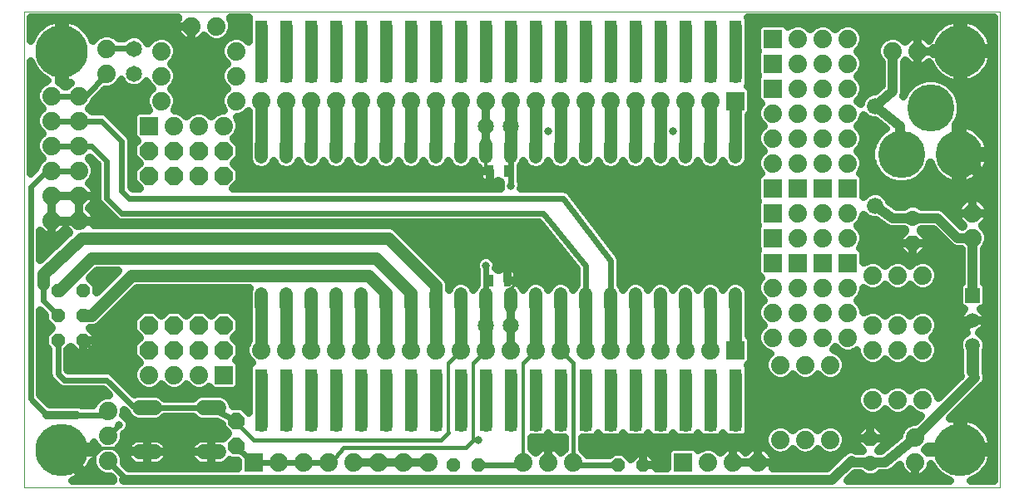
<source format=gbl>
G75*
G70*
%OFA0B0*%
%FSLAX24Y24*%
%IPPOS*%
%LPD*%
%AMOC8*
5,1,8,0,0,1.08239X$1,22.5*
%
%ADD10C,0.0000*%
%ADD11C,0.0520*%
%ADD12OC8,0.0660*%
%ADD13OC8,0.0560*%
%ADD14C,0.0600*%
%ADD15OC8,0.0520*%
%ADD16C,0.0660*%
%ADD17R,0.0594X0.0594*%
%ADD18C,0.0594*%
%ADD19OC8,0.0630*%
%ADD20C,0.0630*%
%ADD21C,0.1890*%
%ADD22C,0.0740*%
%ADD23C,0.2100*%
%ADD24R,0.0740X0.0740*%
%ADD25OC8,0.0740*%
%ADD26C,0.0500*%
%ADD27R,0.0515X0.0515*%
%ADD28C,0.0650*%
%ADD29R,0.0315X0.0472*%
%ADD30C,0.0240*%
%ADD31C,0.0160*%
%ADD32C,0.0120*%
%ADD33C,0.0320*%
%ADD34C,0.0320*%
%ADD35C,0.0400*%
%ADD36C,0.0100*%
D10*
X000460Y000460D02*
X039560Y000460D01*
X039560Y019560D01*
X000460Y019560D01*
X000460Y000460D01*
D11*
X009960Y007700D02*
X009960Y008220D01*
X010960Y008220D02*
X010960Y007700D01*
X011960Y007700D02*
X011960Y008220D01*
X012960Y008220D02*
X012960Y007700D01*
X013960Y007700D02*
X013960Y008220D01*
X014960Y008220D02*
X014960Y007700D01*
X015960Y007700D02*
X015960Y008220D01*
X016960Y008220D02*
X016960Y007700D01*
X017960Y007700D02*
X017960Y008220D01*
X018960Y008220D02*
X018960Y007700D01*
X019960Y007700D02*
X019960Y008220D01*
X020960Y008220D02*
X020960Y007700D01*
X021960Y007700D02*
X021960Y008220D01*
X022960Y008220D02*
X022960Y007700D01*
X023960Y007700D02*
X023960Y008220D01*
X024960Y008220D02*
X024960Y007700D01*
X025960Y007700D02*
X025960Y008220D01*
X026960Y008220D02*
X026960Y007700D01*
X027960Y007700D02*
X027960Y008220D01*
X028960Y008220D02*
X028960Y007700D01*
X028960Y013700D02*
X028960Y014220D01*
X027960Y014220D02*
X027960Y013700D01*
X026960Y013700D02*
X026960Y014220D01*
X025960Y014220D02*
X025960Y013700D01*
X024960Y013700D02*
X024960Y014220D01*
X023960Y014220D02*
X023960Y013700D01*
X022960Y013700D02*
X022960Y014220D01*
X021960Y014220D02*
X021960Y013700D01*
X020960Y013700D02*
X020960Y014220D01*
X019960Y014220D02*
X019960Y013700D01*
X018960Y013700D02*
X018960Y014220D01*
X017960Y014220D02*
X017960Y013700D01*
X016960Y013700D02*
X016960Y014220D01*
X015960Y014220D02*
X015960Y013700D01*
X014960Y013700D02*
X014960Y014220D01*
X013960Y014220D02*
X013960Y013700D01*
X012960Y013700D02*
X012960Y014220D01*
X011960Y014220D02*
X011960Y013700D01*
X010960Y013700D02*
X010960Y014220D01*
X009960Y014220D02*
X009960Y013700D01*
D12*
X008960Y003110D03*
X008960Y002110D03*
D13*
X002810Y006360D03*
X001810Y006360D03*
X001810Y007360D03*
X002810Y007360D03*
X002810Y008360D03*
X001810Y008360D03*
D14*
X005080Y003650D02*
X005680Y003650D01*
X007640Y003650D02*
X008240Y003650D01*
X008240Y001870D02*
X007640Y001870D01*
X005680Y001870D02*
X005080Y001870D01*
D15*
X017660Y001360D03*
X018660Y001360D03*
X024260Y001360D03*
X025260Y001360D03*
D16*
X034560Y011760D03*
X034560Y015760D03*
D17*
X038460Y008160D03*
D18*
X038460Y007160D03*
X038460Y006160D03*
D19*
X034360Y002410D03*
X036060Y010260D03*
D20*
X036060Y011260D03*
X034360Y001410D03*
D21*
X035603Y013821D03*
X037925Y013821D03*
X036784Y015671D03*
D22*
X033460Y015460D03*
X032460Y015460D03*
X031460Y015460D03*
X030460Y015460D03*
X030460Y014460D03*
X031460Y014460D03*
X032460Y014460D03*
X033460Y014460D03*
X033460Y013460D03*
X032460Y013460D03*
X031460Y013460D03*
X030460Y013460D03*
X031460Y011460D03*
X032460Y011460D03*
X033460Y011460D03*
X033460Y010460D03*
X032460Y010460D03*
X031460Y010460D03*
X034460Y008960D03*
X035460Y008960D03*
X036460Y008960D03*
X038460Y010460D03*
X038460Y011460D03*
X033460Y008460D03*
X032460Y008460D03*
X031460Y008460D03*
X030460Y008460D03*
X030460Y007460D03*
X031460Y007460D03*
X032460Y007460D03*
X033460Y007460D03*
X034460Y006960D03*
X033460Y006460D03*
X032460Y006460D03*
X031460Y006460D03*
X030460Y006460D03*
X030760Y005360D03*
X031760Y005360D03*
X032760Y005360D03*
X034460Y005960D03*
X035460Y005960D03*
X036460Y005960D03*
X036460Y006960D03*
X035460Y006960D03*
X035460Y003960D03*
X036460Y003960D03*
X034460Y003960D03*
X036160Y002460D03*
X036160Y001460D03*
X032760Y002360D03*
X031760Y002360D03*
X030760Y002360D03*
X029860Y001460D03*
X028860Y001460D03*
X027860Y001460D03*
X022460Y001460D03*
X021460Y001460D03*
X020460Y001460D03*
X016660Y001460D03*
X015660Y001460D03*
X014660Y001460D03*
X013660Y001460D03*
X012660Y001460D03*
X011660Y001460D03*
X010660Y001460D03*
X003810Y001510D03*
X003810Y002510D03*
X003810Y003510D03*
X005460Y004960D03*
X006460Y004960D03*
X007460Y004960D03*
X009960Y005960D03*
X010960Y005960D03*
X011960Y005960D03*
X012960Y005960D03*
X013960Y005960D03*
X014960Y005960D03*
X015960Y005960D03*
X016960Y005960D03*
X017960Y005960D03*
X018960Y005960D03*
X019960Y005960D03*
X020960Y005960D03*
X021960Y005960D03*
X022960Y005960D03*
X023960Y005960D03*
X024960Y005960D03*
X025960Y005960D03*
X026960Y005960D03*
X027960Y005960D03*
X008460Y014960D03*
X007460Y014960D03*
X006460Y014960D03*
X005960Y015960D03*
X005960Y016960D03*
X005960Y017960D03*
X007160Y018960D03*
X008160Y018960D03*
X008960Y017960D03*
X008960Y016960D03*
X008960Y015960D03*
X009960Y015960D03*
X010960Y015960D03*
X011960Y015960D03*
X012960Y015960D03*
X013960Y015960D03*
X014960Y015960D03*
X015960Y015960D03*
X016960Y015960D03*
X017960Y015960D03*
X018960Y015960D03*
X019960Y015960D03*
X020960Y015960D03*
X021960Y015960D03*
X022960Y015960D03*
X023960Y015960D03*
X024960Y015960D03*
X025960Y015960D03*
X026960Y015960D03*
X027960Y015960D03*
X031460Y016460D03*
X032460Y016460D03*
X033460Y016460D03*
X033460Y017460D03*
X032460Y017460D03*
X031460Y017460D03*
X031460Y018460D03*
X032460Y018460D03*
X033460Y018460D03*
X035260Y017960D03*
X036260Y017960D03*
X003760Y018060D03*
X003760Y017060D03*
X002660Y016160D03*
X001560Y016160D03*
X001560Y015160D03*
X002660Y015160D03*
X002660Y014160D03*
X001560Y014160D03*
X001560Y013160D03*
X002660Y013160D03*
X002660Y012160D03*
X001560Y012160D03*
X001560Y011160D03*
X002660Y011160D03*
D23*
X001960Y017960D03*
X001960Y001960D03*
X037960Y001960D03*
X037960Y017960D03*
D24*
X030460Y017460D03*
X030460Y016460D03*
X028960Y015960D03*
X030460Y018460D03*
X030460Y012460D03*
X031460Y012460D03*
X032460Y012460D03*
X033460Y012460D03*
X030460Y011460D03*
X030460Y010460D03*
X030460Y009460D03*
X031460Y009460D03*
X032460Y009460D03*
X033460Y009460D03*
X028960Y005960D03*
X026860Y001460D03*
X009660Y001460D03*
X008460Y004960D03*
X005460Y014960D03*
D25*
X005460Y013960D03*
X006460Y013960D03*
X007460Y013960D03*
X008460Y013960D03*
X008460Y012960D03*
X007460Y012960D03*
X006460Y012960D03*
X005460Y012960D03*
X005460Y006960D03*
X006460Y006960D03*
X007460Y006960D03*
X008460Y006960D03*
X008460Y005960D03*
X007460Y005960D03*
X006460Y005960D03*
X005460Y005960D03*
D26*
X003160Y007360D02*
X002810Y007360D01*
X003160Y007360D02*
X004760Y008960D01*
X014260Y008960D01*
X014960Y008260D01*
X014960Y007960D01*
X014960Y005960D01*
X015960Y005960D02*
X015960Y007960D01*
X015960Y008260D01*
X014560Y009660D01*
X003160Y009660D01*
X001860Y008360D01*
X001810Y008360D01*
X001210Y008610D02*
X001210Y009010D01*
X002760Y010460D01*
X015060Y010460D01*
X016960Y008560D01*
X016960Y007960D01*
X016960Y005960D01*
X017960Y005960D02*
X017960Y007960D01*
X018960Y007960D02*
X018960Y006960D01*
X018960Y005960D01*
X020960Y005960D02*
X020960Y007960D01*
X021960Y007960D02*
X021960Y005960D01*
X022960Y005960D02*
X022960Y007960D01*
X023960Y007960D02*
X023960Y005960D01*
X024960Y005960D02*
X024960Y007960D01*
X025960Y007960D02*
X025960Y005960D01*
X026960Y005960D02*
X026960Y007960D01*
X027960Y007960D02*
X027960Y005960D01*
X028960Y005960D02*
X028960Y007960D01*
X028960Y004960D02*
X028960Y002960D01*
X027960Y002960D02*
X027960Y004960D01*
X026960Y004960D02*
X026960Y002960D01*
X025960Y002960D02*
X025960Y004960D01*
X024960Y004960D02*
X024960Y002960D01*
X023960Y002960D02*
X023960Y004960D01*
X022960Y004960D02*
X022960Y002960D01*
X021960Y002960D02*
X021960Y004960D01*
X020960Y004960D02*
X020960Y002960D01*
X019960Y002960D02*
X019960Y004960D01*
X018960Y004960D02*
X018960Y002960D01*
X017960Y002960D02*
X017960Y004960D01*
X016960Y004960D02*
X016960Y002960D01*
X015960Y002960D02*
X015960Y004960D01*
X014960Y004960D02*
X014960Y002960D01*
X013960Y002960D02*
X013960Y004960D01*
X012960Y004960D02*
X012960Y002960D01*
X011960Y002960D02*
X011960Y004960D01*
X010960Y004960D02*
X010960Y002960D01*
X009960Y002960D02*
X009960Y004960D01*
X009960Y005960D02*
X009960Y007960D01*
X010960Y007960D02*
X010960Y005960D01*
X011960Y005960D02*
X011960Y007960D01*
X012960Y007960D02*
X012960Y005960D01*
X013960Y005960D02*
X013960Y007960D01*
X019960Y013860D02*
X019960Y013960D01*
X019960Y014260D02*
X019960Y014960D01*
X019960Y015960D01*
X020960Y015960D02*
X020960Y013960D01*
X021960Y013960D02*
X021960Y015960D01*
X022960Y015960D02*
X022960Y013960D01*
X023960Y013960D02*
X023960Y015960D01*
X024960Y015960D02*
X024960Y013960D01*
X025960Y013960D02*
X025960Y015960D01*
X026960Y015960D02*
X026960Y013960D01*
X027960Y013960D02*
X027960Y015960D01*
X028960Y015960D02*
X028960Y013960D01*
X028960Y016960D02*
X028960Y018960D01*
X027960Y018960D02*
X027960Y016960D01*
X026960Y016960D02*
X026960Y018960D01*
X025960Y018960D02*
X025960Y016960D01*
X024960Y016960D02*
X024960Y018960D01*
X023960Y018960D02*
X023960Y016960D01*
X022960Y016960D02*
X022960Y018960D01*
X021960Y018960D02*
X021960Y016960D01*
X020960Y016960D02*
X020960Y018960D01*
X019960Y018960D02*
X019960Y016960D01*
X018960Y016960D02*
X018960Y018960D01*
X017960Y018960D02*
X017960Y016960D01*
X016960Y016960D02*
X016960Y018960D01*
X015960Y018960D02*
X015960Y016960D01*
X014960Y016960D02*
X014960Y018960D01*
X013960Y018960D02*
X013960Y016960D01*
X012960Y016960D02*
X012960Y018960D01*
X011960Y018960D02*
X011960Y016960D01*
X010960Y016960D02*
X010960Y018960D01*
X009960Y018960D02*
X009960Y016960D01*
X009960Y015960D02*
X009960Y013960D01*
X010960Y013960D02*
X010960Y015960D01*
X011960Y015960D02*
X011960Y013960D01*
X012960Y013960D02*
X012960Y015960D01*
X013960Y015960D02*
X013960Y013960D01*
X014960Y013960D02*
X014960Y015960D01*
X015960Y015960D02*
X015960Y013960D01*
X016960Y013960D02*
X016960Y015960D01*
X017960Y015960D02*
X017960Y013960D01*
X037925Y013821D02*
X038125Y013695D01*
X038760Y013060D01*
X038460Y006160D02*
X038460Y005110D01*
X003260Y001060D02*
X002760Y001060D01*
X001960Y001860D01*
X001960Y001960D01*
D27*
X009960Y002960D03*
X010960Y002960D03*
X011960Y002960D03*
X012960Y002960D03*
X013960Y002960D03*
X014960Y002960D03*
X015960Y002960D03*
X016960Y002960D03*
X017960Y002960D03*
X018960Y002960D03*
X019960Y002960D03*
X020960Y002960D03*
X021960Y002960D03*
X022960Y002960D03*
X023960Y002960D03*
X024960Y002960D03*
X025960Y002960D03*
X026960Y002960D03*
X027960Y002960D03*
X028960Y002960D03*
X028960Y003960D03*
X027960Y003960D03*
X026960Y003960D03*
X025960Y003960D03*
X024960Y003960D03*
X023960Y003960D03*
X022960Y003960D03*
X021960Y003960D03*
X020960Y003960D03*
X019960Y003960D03*
X018960Y003960D03*
X017960Y003960D03*
X016960Y003960D03*
X015960Y003960D03*
X014960Y003960D03*
X013960Y003960D03*
X012960Y003960D03*
X011960Y003960D03*
X010960Y003960D03*
X009960Y003960D03*
X009960Y004960D03*
X010960Y004960D03*
X011960Y004960D03*
X012960Y004960D03*
X013960Y004960D03*
X014960Y004960D03*
X015960Y004960D03*
X016960Y004960D03*
X017960Y004960D03*
X018960Y004960D03*
X019960Y004960D03*
X020960Y004960D03*
X021960Y004960D03*
X022960Y004960D03*
X023960Y004960D03*
X024960Y004960D03*
X025960Y004960D03*
X026960Y004960D03*
X027960Y004960D03*
X028960Y004960D03*
X028960Y016960D03*
X027960Y016960D03*
X026960Y016960D03*
X025960Y016960D03*
X024960Y016960D03*
X023960Y016960D03*
X022960Y016960D03*
X021960Y016960D03*
X020960Y016960D03*
X019960Y016960D03*
X018960Y016960D03*
X017960Y016960D03*
X016960Y016960D03*
X015960Y016960D03*
X014960Y016960D03*
X013960Y016960D03*
X012960Y016960D03*
X011960Y016960D03*
X010960Y016960D03*
X009960Y016960D03*
X009960Y017960D03*
X010960Y017960D03*
X011960Y017960D03*
X012960Y017960D03*
X013960Y017960D03*
X014960Y017960D03*
X015960Y017960D03*
X016960Y017960D03*
X017960Y017960D03*
X018960Y017960D03*
X019960Y017960D03*
X020960Y017960D03*
X021960Y017960D03*
X022960Y017960D03*
X023960Y017960D03*
X024960Y017960D03*
X025960Y017960D03*
X026960Y017960D03*
X027960Y017960D03*
X028960Y017960D03*
X028960Y018960D03*
X027960Y018960D03*
X026960Y018960D03*
X025960Y018960D03*
X024960Y018960D03*
X023960Y018960D03*
X022960Y018960D03*
X021960Y018960D03*
X020960Y018960D03*
X019960Y018960D03*
X018960Y018960D03*
X017960Y018960D03*
X016960Y018960D03*
X015960Y018960D03*
X014960Y018960D03*
X013960Y018960D03*
X012960Y018960D03*
X011960Y018960D03*
X010960Y018960D03*
X009960Y018960D03*
D28*
X004860Y018060D03*
X004860Y017060D03*
X018960Y014960D03*
X019960Y014960D03*
X019960Y006960D03*
X018960Y006960D03*
D29*
X019106Y008760D03*
X019814Y008760D03*
X019814Y013160D03*
X019106Y013160D03*
D30*
X019960Y013260D02*
X019960Y013860D01*
X019960Y013960D02*
X019960Y014260D01*
X019960Y013260D02*
X019960Y012560D01*
X022060Y012060D02*
X004660Y012060D01*
X004360Y012360D01*
X004360Y014360D01*
X003560Y015160D01*
X002660Y015160D01*
X001560Y015160D01*
X001560Y014160D02*
X002660Y014160D01*
X003160Y014160D01*
X003760Y013560D01*
X003760Y012060D01*
X004360Y011460D01*
X021260Y011460D01*
X022960Y009360D01*
X022960Y007960D01*
X023960Y007960D02*
X023960Y009560D01*
X022060Y012060D01*
X018960Y009360D02*
X018960Y008660D01*
X018960Y007960D01*
X008960Y003110D02*
X007920Y003650D01*
X007940Y003650D02*
X005380Y003650D01*
X004870Y003650D02*
X003760Y004760D01*
X002060Y004760D01*
X001810Y005010D01*
X001810Y006360D01*
X001810Y007360D02*
X001210Y007960D01*
X001210Y008610D01*
X001560Y011060D02*
X001560Y011960D01*
X001660Y012060D01*
X000710Y012510D02*
X001360Y013160D01*
X001560Y013160D01*
X002660Y013160D01*
X000710Y012510D02*
X000710Y004010D01*
X001360Y003360D01*
X002560Y003360D02*
X003660Y003360D01*
X003810Y003510D01*
X004260Y002960D02*
X003810Y002510D01*
X003860Y002560D01*
X003810Y001510D02*
X004460Y000860D01*
X004460Y000760D01*
X003760Y000760D02*
X003610Y000860D01*
X008960Y002060D02*
X009660Y001460D01*
X010660Y001460D01*
X011660Y001460D01*
X012660Y001460D01*
X018660Y001360D02*
X020360Y001360D01*
X020460Y001460D01*
X022460Y001460D02*
X022460Y001360D01*
X024260Y001360D01*
X038810Y007110D02*
X039160Y006760D01*
X039160Y003160D01*
X038810Y007110D02*
X038810Y007160D01*
X039160Y012886D02*
X038986Y013060D01*
X038760Y013060D01*
X004860Y018060D02*
X004790Y018130D01*
X003760Y018060D01*
X003760Y017060D02*
X002930Y016160D01*
X002660Y016160D01*
X001560Y016160D01*
D31*
X001560Y011060D02*
X012560Y011060D01*
X015160Y011060D01*
X016260Y009960D01*
X017460Y008760D01*
X019960Y010060D02*
X021460Y008560D01*
X020960Y005960D02*
X020460Y005460D01*
X018960Y005960D02*
X018460Y005460D01*
X017960Y005960D02*
X017460Y005460D01*
X021960Y005960D02*
X022460Y005460D01*
X022460Y001460D01*
X018660Y002360D02*
X018460Y002360D01*
X018160Y002060D01*
X013260Y002060D01*
X012760Y001460D01*
X012660Y001460D01*
X009660Y002360D02*
X008960Y003060D01*
X008960Y003110D01*
X007940Y003650D02*
X007920Y003650D01*
X008760Y004160D02*
X005010Y004160D01*
X002810Y006360D01*
X004870Y003650D02*
X005380Y003650D01*
X008960Y002110D02*
X008960Y002060D01*
X009660Y002360D02*
X017160Y002360D01*
X017460Y002660D01*
X007940Y001870D02*
X005380Y001870D01*
X005040Y002010D01*
X004060Y002010D01*
X003560Y002010D02*
X003410Y002010D01*
X003260Y001860D01*
X003260Y001060D01*
X003260Y001010D01*
X003610Y000860D01*
X038460Y007160D02*
X038710Y007160D01*
X039160Y007610D01*
X039160Y012886D01*
X038810Y007160D02*
X038710Y007160D01*
D32*
X020460Y005460D02*
X020460Y001460D01*
X018460Y002360D02*
X018460Y005460D01*
X017460Y005460D02*
X017460Y002660D01*
X018960Y008660D02*
X019006Y008660D01*
X019106Y008760D01*
X019106Y013160D02*
X018960Y013306D01*
X018960Y013760D01*
X019814Y013160D02*
X019914Y013260D01*
X019960Y013260D01*
X004060Y002010D02*
X003560Y002010D01*
D33*
X004260Y002960D03*
X002360Y003960D03*
X003160Y005460D03*
X004160Y007260D03*
X003660Y008860D03*
X001260Y010160D03*
X003660Y011160D03*
X010160Y012960D03*
X009260Y014860D03*
X007460Y015960D03*
X003760Y015760D03*
X000960Y015660D03*
X007660Y017960D03*
X014360Y012960D03*
X017560Y012860D03*
X019960Y012560D03*
X023660Y011860D03*
X020960Y009860D03*
X018960Y009360D03*
X017960Y010160D03*
X012560Y011060D03*
X009260Y006960D03*
X009260Y004560D03*
X006660Y003060D03*
X008360Y001260D03*
X003260Y000860D03*
X018660Y002360D03*
X021960Y001960D03*
X025960Y001460D03*
X030460Y003760D03*
X034360Y004960D03*
X037160Y005360D03*
X038760Y003760D03*
X035060Y002860D03*
X031760Y001360D03*
X036460Y007960D03*
X029060Y009760D03*
X029060Y012460D03*
X026460Y014760D03*
X029660Y014960D03*
X036760Y012660D03*
X038760Y016360D03*
X021460Y014760D03*
D34*
X021460Y013548D02*
X021519Y013405D01*
X021665Y013259D01*
X021857Y013180D01*
X022063Y013180D01*
X022255Y013259D01*
X022401Y013405D01*
X022460Y013548D01*
X022519Y013405D01*
X022665Y013259D01*
X022857Y013180D01*
X023063Y013180D01*
X023255Y013259D01*
X023401Y013405D01*
X023460Y013548D01*
X023519Y013405D01*
X023665Y013259D01*
X023857Y013180D01*
X024063Y013180D01*
X024255Y013259D01*
X024401Y013405D01*
X024460Y013548D01*
X024519Y013405D01*
X024665Y013259D01*
X024857Y013180D01*
X025063Y013180D01*
X025255Y013259D01*
X025401Y013405D01*
X025460Y013548D01*
X025519Y013405D01*
X025665Y013259D01*
X025857Y013180D01*
X026063Y013180D01*
X026255Y013259D01*
X026401Y013405D01*
X026460Y013548D01*
X026519Y013405D01*
X026665Y013259D01*
X026857Y013180D01*
X027063Y013180D01*
X027255Y013259D01*
X027401Y013405D01*
X027460Y013548D01*
X027519Y013405D01*
X027665Y013259D01*
X027857Y013180D01*
X028063Y013180D01*
X028255Y013259D01*
X028401Y013405D01*
X028460Y013548D01*
X028519Y013405D01*
X028665Y013259D01*
X028857Y013180D01*
X029063Y013180D01*
X029255Y013259D01*
X029401Y013405D01*
X029480Y013597D01*
X029480Y014323D01*
X029470Y014348D01*
X029470Y015367D01*
X029477Y015370D01*
X029550Y015443D01*
X029590Y015538D01*
X029590Y016382D01*
X029550Y016477D01*
X029477Y016550D01*
X029442Y016565D01*
X029477Y016651D01*
X029477Y017269D01*
X029470Y017287D01*
X029470Y017633D01*
X029477Y017651D01*
X029477Y018269D01*
X029470Y018287D01*
X029470Y018633D01*
X029477Y018651D01*
X029477Y019269D01*
X029465Y019300D01*
X039300Y019300D01*
X039300Y000720D01*
X038385Y000720D01*
X038402Y000725D01*
X038521Y000774D01*
X038634Y000835D01*
X038741Y000907D01*
X038841Y000988D01*
X038932Y001079D01*
X039013Y001179D01*
X039085Y001286D01*
X039146Y001399D01*
X039195Y001518D01*
X039232Y001641D01*
X039257Y001768D01*
X039265Y001844D01*
X038076Y001844D01*
X038076Y002076D01*
X037844Y002076D01*
X037844Y003265D01*
X037768Y003257D01*
X037641Y003232D01*
X037557Y003207D01*
X038883Y004533D01*
X038947Y004595D01*
X038948Y004597D01*
X038950Y004599D01*
X038984Y004681D01*
X039019Y004763D01*
X039019Y004766D01*
X039020Y004768D01*
X039020Y004857D01*
X039021Y004946D01*
X039020Y004949D01*
X039020Y004951D01*
X038986Y005033D01*
X038970Y005074D01*
X038970Y005936D01*
X039017Y006049D01*
X039017Y006271D01*
X038932Y006475D01*
X038775Y006632D01*
X038706Y006661D01*
X038752Y006684D01*
X038823Y006735D01*
X038885Y006797D01*
X038936Y006868D01*
X038976Y006946D01*
X039003Y007030D01*
X039017Y007116D01*
X039017Y007160D01*
X039017Y007204D01*
X039003Y007290D01*
X038976Y007374D01*
X038936Y007452D01*
X038885Y007523D01*
X038823Y007585D01*
X038797Y007603D01*
X038809Y007603D01*
X038904Y007643D01*
X038977Y007716D01*
X039017Y007811D01*
X039017Y008509D01*
X038977Y008604D01*
X038920Y008661D01*
X038920Y010029D01*
X038994Y010103D01*
X039090Y010335D01*
X039090Y010585D01*
X038994Y010817D01*
X038848Y010963D01*
X038870Y010979D01*
X038941Y011050D01*
X038999Y011130D01*
X039044Y011218D01*
X039074Y011312D01*
X039090Y011410D01*
X039090Y011460D01*
X039090Y011510D01*
X039074Y011608D01*
X039044Y011702D01*
X038999Y011790D01*
X038941Y011870D01*
X038870Y011941D01*
X038790Y011999D01*
X038702Y012044D01*
X038608Y012074D01*
X038510Y012090D01*
X038460Y012090D01*
X038460Y011460D01*
X038460Y011460D01*
X039090Y011460D01*
X038460Y011460D01*
X038460Y011460D01*
X038460Y011460D01*
X037830Y011460D01*
X037830Y011510D01*
X037846Y011608D01*
X037876Y011702D01*
X037921Y011790D01*
X037979Y011870D01*
X038050Y011941D01*
X038130Y011999D01*
X038218Y012044D01*
X038312Y012074D01*
X038410Y012090D01*
X038460Y012090D01*
X038460Y011460D01*
X037830Y011460D01*
X037830Y011410D01*
X037846Y011312D01*
X037876Y011218D01*
X037921Y011130D01*
X037979Y011050D01*
X038050Y010979D01*
X038072Y010963D01*
X038040Y010931D01*
X037321Y011650D01*
X037151Y011720D01*
X036413Y011720D01*
X036386Y011747D01*
X036174Y011835D01*
X035946Y011835D01*
X035734Y011747D01*
X035707Y011720D01*
X035407Y011720D01*
X035134Y011915D01*
X035060Y012094D01*
X034894Y012260D01*
X034677Y012350D01*
X034443Y012350D01*
X034226Y012260D01*
X034090Y012124D01*
X034090Y012882D01*
X034050Y012977D01*
X033977Y013050D01*
X033952Y013061D01*
X033994Y013103D01*
X034090Y013335D01*
X034090Y013585D01*
X033994Y013817D01*
X033851Y013960D01*
X033994Y014103D01*
X034090Y014335D01*
X034090Y014585D01*
X033994Y014817D01*
X033851Y014960D01*
X033994Y015103D01*
X034090Y015335D01*
X034090Y015396D01*
X034226Y015260D01*
X034443Y015170D01*
X034561Y015170D01*
X034967Y014845D01*
X034863Y014785D01*
X034638Y014560D01*
X034480Y014286D01*
X034398Y013979D01*
X034398Y013662D01*
X034480Y013356D01*
X034638Y013081D01*
X034863Y012856D01*
X035137Y012698D01*
X035444Y012616D01*
X035761Y012616D01*
X036068Y012698D01*
X036342Y012856D01*
X036567Y013081D01*
X036725Y013356D01*
X036763Y013497D01*
X036766Y013487D01*
X036810Y013359D01*
X036869Y013237D01*
X036941Y013122D01*
X037026Y013016D01*
X037121Y012921D01*
X037227Y012836D01*
X037342Y012764D01*
X037464Y012706D01*
X037591Y012661D01*
X037723Y012631D01*
X037790Y012623D01*
X037790Y013685D01*
X038061Y013685D01*
X038061Y013956D01*
X039123Y013956D01*
X039115Y014023D01*
X039085Y014155D01*
X039040Y014282D01*
X038982Y014404D01*
X038910Y014519D01*
X038825Y014625D01*
X038729Y014720D01*
X038624Y014805D01*
X038509Y014877D01*
X038387Y014936D01*
X038259Y014980D01*
X038127Y015010D01*
X038061Y015018D01*
X038061Y013956D01*
X037790Y013956D01*
X037790Y015004D01*
X037906Y015206D01*
X037989Y015512D01*
X037989Y015830D01*
X037906Y016136D01*
X037748Y016411D01*
X037523Y016635D01*
X037249Y016794D01*
X036942Y016876D01*
X036625Y016876D01*
X036319Y016794D01*
X036044Y016635D01*
X035819Y016411D01*
X035676Y016162D01*
X035678Y016168D01*
X035712Y016233D01*
X035713Y016252D01*
X035720Y016268D01*
X035720Y016342D01*
X035726Y016416D01*
X035720Y016433D01*
X035720Y017529D01*
X035763Y017572D01*
X035779Y017550D01*
X035850Y017479D01*
X035930Y017421D01*
X036018Y017376D01*
X036112Y017346D01*
X036210Y017330D01*
X036260Y017330D01*
X036310Y017330D01*
X036408Y017346D01*
X036502Y017376D01*
X036590Y017421D01*
X036670Y017479D01*
X036721Y017530D01*
X036725Y017518D01*
X036774Y017399D01*
X036835Y017286D01*
X036907Y017179D01*
X036988Y017079D01*
X037079Y016988D01*
X037179Y016907D01*
X037286Y016835D01*
X037399Y016774D01*
X037518Y016725D01*
X037641Y016688D01*
X037768Y016663D01*
X037844Y016655D01*
X037844Y017844D01*
X038076Y017844D01*
X038076Y018076D01*
X037844Y018076D01*
X037844Y019265D01*
X037768Y019257D01*
X037641Y019232D01*
X037518Y019195D01*
X037399Y019146D01*
X037286Y019085D01*
X037179Y019013D01*
X037079Y018932D01*
X036988Y018841D01*
X036907Y018741D01*
X036835Y018634D01*
X036774Y018521D01*
X036725Y018402D01*
X036721Y018390D01*
X036670Y018441D01*
X036590Y018499D01*
X036502Y018544D01*
X036408Y018574D01*
X036310Y018590D01*
X036260Y018590D01*
X036260Y017960D01*
X036260Y017960D01*
X036890Y017960D01*
X036890Y018010D01*
X036880Y018076D01*
X037844Y018076D01*
X037844Y017844D01*
X036880Y017844D01*
X036890Y017910D01*
X036890Y017960D01*
X036260Y017960D01*
X036260Y017960D01*
X036260Y018590D01*
X036210Y018590D01*
X036112Y018574D01*
X036018Y018544D01*
X035930Y018499D01*
X035850Y018441D01*
X035779Y018370D01*
X035763Y018348D01*
X035617Y018494D01*
X035385Y018590D01*
X035135Y018590D01*
X034903Y018494D01*
X034726Y018317D01*
X034630Y018085D01*
X034630Y017835D01*
X034726Y017603D01*
X034800Y017529D01*
X034800Y016572D01*
X034542Y016350D01*
X034443Y016350D01*
X034226Y016260D01*
X034060Y016094D01*
X033970Y015877D01*
X033970Y015841D01*
X033851Y015960D01*
X033994Y016103D01*
X034090Y016335D01*
X034090Y016585D01*
X033994Y016817D01*
X033851Y016960D01*
X033994Y017103D01*
X034090Y017335D01*
X034090Y017585D01*
X033994Y017817D01*
X033851Y017960D01*
X033994Y018103D01*
X034090Y018335D01*
X034090Y018585D01*
X033994Y018817D01*
X033817Y018994D01*
X033585Y019090D01*
X033335Y019090D01*
X033103Y018994D01*
X032960Y018851D01*
X032817Y018994D01*
X032585Y019090D01*
X032335Y019090D01*
X032103Y018994D01*
X031960Y018851D01*
X031817Y018994D01*
X031585Y019090D01*
X031335Y019090D01*
X031103Y018994D01*
X031061Y018952D01*
X031050Y018977D01*
X030977Y019050D01*
X030882Y019090D01*
X030038Y019090D01*
X029943Y019050D01*
X029870Y018977D01*
X029830Y018882D01*
X029830Y018038D01*
X029862Y017960D01*
X029830Y017882D01*
X029830Y017038D01*
X029862Y016960D01*
X029830Y016882D01*
X029830Y016038D01*
X029870Y015943D01*
X029943Y015870D01*
X029968Y015859D01*
X029926Y015817D01*
X029830Y015585D01*
X029830Y015335D01*
X029926Y015103D01*
X030069Y014960D01*
X029926Y014817D01*
X029830Y014585D01*
X029830Y014335D01*
X029926Y014103D01*
X030069Y013960D01*
X029926Y013817D01*
X029830Y013585D01*
X029830Y013335D01*
X029926Y013103D01*
X029968Y013061D01*
X029943Y013050D01*
X029870Y012977D01*
X029830Y012882D01*
X029830Y012038D01*
X029862Y011960D01*
X029830Y011882D01*
X029830Y011038D01*
X029862Y010960D01*
X029830Y010882D01*
X029830Y010038D01*
X029862Y009960D01*
X029830Y009882D01*
X029830Y009038D01*
X029870Y008943D01*
X029943Y008870D01*
X029968Y008859D01*
X029926Y008817D01*
X029830Y008585D01*
X029830Y008335D01*
X029926Y008103D01*
X030069Y007960D01*
X029926Y007817D01*
X029830Y007585D01*
X029830Y007335D01*
X029926Y007103D01*
X030069Y006960D01*
X029926Y006817D01*
X029830Y006585D01*
X029830Y006335D01*
X029926Y006103D01*
X030103Y005926D01*
X030335Y005830D01*
X030339Y005830D01*
X030226Y005717D01*
X030130Y005485D01*
X030130Y005235D01*
X030226Y005003D01*
X030403Y004826D01*
X030635Y004730D01*
X030885Y004730D01*
X031117Y004826D01*
X031260Y004969D01*
X031403Y004826D01*
X031635Y004730D01*
X031885Y004730D01*
X032117Y004826D01*
X032260Y004969D01*
X032403Y004826D01*
X032635Y004730D01*
X032885Y004730D01*
X033117Y004826D01*
X033294Y005003D01*
X033390Y005235D01*
X033390Y005485D01*
X033294Y005717D01*
X033117Y005894D01*
X032885Y005990D01*
X032881Y005990D01*
X032960Y006069D01*
X033103Y005926D01*
X033335Y005830D01*
X033585Y005830D01*
X033817Y005926D01*
X033830Y005939D01*
X033830Y005835D01*
X033926Y005603D01*
X034103Y005426D01*
X034335Y005330D01*
X034585Y005330D01*
X034817Y005426D01*
X034960Y005569D01*
X035103Y005426D01*
X035335Y005330D01*
X035585Y005330D01*
X035817Y005426D01*
X035960Y005569D01*
X036103Y005426D01*
X036335Y005330D01*
X036585Y005330D01*
X036817Y005426D01*
X036994Y005603D01*
X037090Y005835D01*
X037090Y006085D01*
X036994Y006317D01*
X036851Y006460D01*
X036994Y006603D01*
X037090Y006835D01*
X037090Y007085D01*
X036994Y007317D01*
X036817Y007494D01*
X036585Y007590D01*
X036335Y007590D01*
X036103Y007494D01*
X035960Y007351D01*
X035817Y007494D01*
X035585Y007590D01*
X035335Y007590D01*
X035103Y007494D01*
X034960Y007351D01*
X034817Y007494D01*
X034585Y007590D01*
X034335Y007590D01*
X034103Y007494D01*
X034090Y007481D01*
X034090Y007585D01*
X033994Y007817D01*
X033851Y007960D01*
X033994Y008103D01*
X034090Y008335D01*
X034090Y008439D01*
X034103Y008426D01*
X034335Y008330D01*
X034585Y008330D01*
X034817Y008426D01*
X034960Y008569D01*
X035103Y008426D01*
X035335Y008330D01*
X035585Y008330D01*
X035817Y008426D01*
X035960Y008569D01*
X036103Y008426D01*
X036335Y008330D01*
X036585Y008330D01*
X036817Y008426D01*
X036994Y008603D01*
X037090Y008835D01*
X037090Y009085D01*
X036994Y009317D01*
X036817Y009494D01*
X036585Y009590D01*
X036335Y009590D01*
X036103Y009494D01*
X035960Y009351D01*
X035817Y009494D01*
X035585Y009590D01*
X035335Y009590D01*
X035103Y009494D01*
X034960Y009351D01*
X034817Y009494D01*
X034585Y009590D01*
X034335Y009590D01*
X034103Y009494D01*
X034090Y009481D01*
X034090Y009882D01*
X034050Y009977D01*
X033977Y010050D01*
X033952Y010061D01*
X033994Y010103D01*
X034090Y010335D01*
X034090Y010585D01*
X033994Y010817D01*
X033851Y010960D01*
X033994Y011103D01*
X034090Y011335D01*
X034090Y011396D01*
X034226Y011260D01*
X034443Y011170D01*
X034595Y011170D01*
X034962Y010908D01*
X034999Y010870D01*
X035035Y010855D01*
X035067Y010833D01*
X035119Y010820D01*
X035168Y010800D01*
X035207Y010800D01*
X035245Y010791D01*
X035298Y010800D01*
X035707Y010800D01*
X035734Y010773D01*
X035752Y010765D01*
X035485Y010498D01*
X035485Y010260D01*
X036060Y010260D01*
X036635Y010260D01*
X036635Y010498D01*
X036368Y010765D01*
X036386Y010773D01*
X036413Y010800D01*
X036869Y010800D01*
X037470Y010199D01*
X037599Y010070D01*
X037768Y010000D01*
X038000Y010000D01*
X038000Y008661D01*
X037943Y008604D01*
X037903Y008509D01*
X037903Y007811D01*
X037943Y007716D01*
X038016Y007643D01*
X038111Y007603D01*
X038123Y007603D01*
X038097Y007585D01*
X038035Y007523D01*
X037984Y007452D01*
X037944Y007374D01*
X037917Y007290D01*
X037903Y007204D01*
X037903Y007160D01*
X037903Y007116D01*
X037917Y007030D01*
X037944Y006946D01*
X037984Y006868D01*
X038035Y006797D01*
X038097Y006735D01*
X038168Y006684D01*
X038214Y006661D01*
X038145Y006632D01*
X037988Y006475D01*
X037903Y006271D01*
X037903Y006049D01*
X037950Y005936D01*
X037950Y005009D01*
X037982Y004932D01*
X037090Y004041D01*
X037090Y004085D01*
X036994Y004317D01*
X036817Y004494D01*
X036585Y004590D01*
X036335Y004590D01*
X036103Y004494D01*
X035960Y004351D01*
X035817Y004494D01*
X035585Y004590D01*
X035335Y004590D01*
X035103Y004494D01*
X034960Y004351D01*
X034817Y004494D01*
X034585Y004590D01*
X034335Y004590D01*
X034103Y004494D01*
X033926Y004317D01*
X033830Y004085D01*
X033830Y003835D01*
X033926Y003603D01*
X034103Y003426D01*
X034335Y003330D01*
X034585Y003330D01*
X034817Y003426D01*
X034960Y003569D01*
X035103Y003426D01*
X035335Y003330D01*
X035585Y003330D01*
X035817Y003426D01*
X035960Y003569D01*
X036103Y003426D01*
X036335Y003330D01*
X036379Y003330D01*
X036139Y003090D01*
X036035Y003090D01*
X035803Y002994D01*
X035626Y002817D01*
X035530Y002585D01*
X035530Y002513D01*
X034797Y001920D01*
X034683Y001920D01*
X034935Y002172D01*
X034935Y002410D01*
X034935Y002648D01*
X034598Y002985D01*
X034360Y002985D01*
X034360Y002410D01*
X034360Y002410D01*
X034935Y002410D01*
X034360Y002410D01*
X034360Y002410D01*
X034360Y002410D01*
X033785Y002410D01*
X033785Y002648D01*
X034122Y002985D01*
X034360Y002985D01*
X034360Y002410D01*
X033785Y002410D01*
X033785Y002172D01*
X034037Y001920D01*
X033822Y001920D01*
X033793Y001932D01*
X033716Y001967D01*
X033709Y001967D01*
X033701Y001970D01*
X033617Y001970D01*
X033533Y001973D01*
X033526Y001970D01*
X033518Y001970D01*
X033441Y001938D01*
X033362Y001908D01*
X033357Y001903D01*
X033349Y001900D01*
X033290Y001841D01*
X032628Y001220D01*
X030444Y001220D01*
X030474Y001312D01*
X030490Y001410D01*
X030490Y001460D01*
X030490Y001510D01*
X030474Y001608D01*
X030444Y001702D01*
X030399Y001790D01*
X030341Y001870D01*
X030270Y001941D01*
X030190Y001999D01*
X030102Y002044D01*
X030008Y002074D01*
X029910Y002090D01*
X029860Y002090D01*
X029860Y001460D01*
X029860Y001460D01*
X030490Y001460D01*
X029860Y001460D01*
X029860Y001460D01*
X029860Y001460D01*
X028860Y001460D01*
X028860Y001460D01*
X028860Y001460D01*
X028860Y002090D01*
X028910Y002090D01*
X029008Y002074D01*
X029102Y002044D01*
X029190Y001999D01*
X029270Y001941D01*
X029341Y001870D01*
X029360Y001844D01*
X029379Y001870D01*
X029450Y001941D01*
X029530Y001999D01*
X029618Y002044D01*
X029712Y002074D01*
X029810Y002090D01*
X029860Y002090D01*
X029860Y001460D01*
X029230Y001460D01*
X028860Y001460D01*
X028860Y002090D01*
X028810Y002090D01*
X028712Y002074D01*
X028618Y002044D01*
X028530Y001999D01*
X028450Y001941D01*
X028379Y001870D01*
X028363Y001848D01*
X028217Y001994D01*
X027985Y002090D01*
X027735Y002090D01*
X027503Y001994D01*
X027461Y001952D01*
X027450Y001977D01*
X027377Y002050D01*
X027282Y002090D01*
X026438Y002090D01*
X026343Y002050D01*
X026270Y001977D01*
X026230Y001882D01*
X026230Y001220D01*
X025780Y001220D01*
X025780Y001360D01*
X025780Y001575D01*
X025475Y001880D01*
X025260Y001880D01*
X025260Y001360D01*
X025260Y001360D01*
X025780Y001360D01*
X025260Y001360D01*
X025260Y001360D01*
X025260Y001880D01*
X025045Y001880D01*
X024760Y001595D01*
X024475Y001880D01*
X024045Y001880D01*
X023905Y001740D01*
X023026Y001740D01*
X022994Y001817D01*
X022817Y001994D01*
X022800Y002001D01*
X022800Y002443D01*
X023269Y002443D01*
X023365Y002482D01*
X023438Y002555D01*
X023460Y002609D01*
X023482Y002555D01*
X023555Y002482D01*
X023651Y002443D01*
X024269Y002443D01*
X024365Y002482D01*
X024438Y002555D01*
X024460Y002609D01*
X024482Y002555D01*
X024555Y002482D01*
X024651Y002443D01*
X025269Y002443D01*
X025365Y002482D01*
X025438Y002555D01*
X025460Y002609D01*
X025482Y002555D01*
X025555Y002482D01*
X025651Y002443D01*
X026269Y002443D01*
X026365Y002482D01*
X026438Y002555D01*
X026460Y002609D01*
X026482Y002555D01*
X026555Y002482D01*
X026651Y002443D01*
X027269Y002443D01*
X027365Y002482D01*
X027438Y002555D01*
X027460Y002609D01*
X027482Y002555D01*
X027555Y002482D01*
X027651Y002443D01*
X028269Y002443D01*
X028365Y002482D01*
X028438Y002555D01*
X028460Y002609D01*
X028482Y002555D01*
X028555Y002482D01*
X028651Y002443D01*
X029269Y002443D01*
X029365Y002482D01*
X029438Y002555D01*
X029477Y002651D01*
X029477Y003269D01*
X029470Y003287D01*
X029470Y003633D01*
X029477Y003651D01*
X029477Y004269D01*
X029470Y004287D01*
X029470Y004633D01*
X029477Y004651D01*
X029477Y005269D01*
X029442Y005355D01*
X029477Y005370D01*
X029550Y005443D01*
X029590Y005538D01*
X029590Y006382D01*
X029550Y006477D01*
X029477Y006550D01*
X029470Y006553D01*
X029470Y007572D01*
X029480Y007597D01*
X029480Y008323D01*
X029401Y008515D01*
X029255Y008661D01*
X029063Y008740D01*
X028857Y008740D01*
X028665Y008661D01*
X028519Y008515D01*
X028460Y008372D01*
X028401Y008515D01*
X028255Y008661D01*
X028063Y008740D01*
X027857Y008740D01*
X027665Y008661D01*
X027519Y008515D01*
X027460Y008372D01*
X027401Y008515D01*
X027255Y008661D01*
X027063Y008740D01*
X026857Y008740D01*
X026665Y008661D01*
X026519Y008515D01*
X026460Y008372D01*
X026401Y008515D01*
X026255Y008661D01*
X026063Y008740D01*
X025857Y008740D01*
X025665Y008661D01*
X025519Y008515D01*
X025460Y008372D01*
X025401Y008515D01*
X025255Y008661D01*
X025063Y008740D01*
X024857Y008740D01*
X024665Y008661D01*
X024519Y008515D01*
X024460Y008372D01*
X024401Y008515D01*
X024340Y008575D01*
X024340Y009534D01*
X024347Y009584D01*
X024340Y009609D01*
X024340Y009636D01*
X024321Y009682D01*
X024308Y009730D01*
X024292Y009751D01*
X024282Y009775D01*
X024247Y009810D01*
X022392Y012251D01*
X022382Y012275D01*
X022347Y012310D01*
X022317Y012350D01*
X022294Y012363D01*
X022275Y012382D01*
X022229Y012401D01*
X022186Y012426D01*
X022160Y012430D01*
X022136Y012440D01*
X022086Y012440D01*
X022036Y012447D01*
X022011Y012440D01*
X020365Y012440D01*
X020380Y012476D01*
X020380Y012644D01*
X020340Y012740D01*
X020340Y013345D01*
X020401Y013405D01*
X020460Y013548D01*
X020519Y013405D01*
X020665Y013259D01*
X020857Y013180D01*
X021063Y013180D01*
X021255Y013259D01*
X021401Y013405D01*
X021460Y013548D01*
X021448Y013519D02*
X021472Y013519D01*
X021808Y013200D02*
X021112Y013200D01*
X020808Y013200D02*
X020340Y013200D01*
X020340Y012882D02*
X029830Y012882D01*
X029830Y012563D02*
X020380Y012563D01*
X019557Y012684D02*
X019540Y012644D01*
X019540Y012476D01*
X019555Y012440D01*
X008831Y012440D01*
X009090Y012699D01*
X009090Y013221D01*
X008851Y013460D01*
X009090Y013699D01*
X009090Y014221D01*
X008851Y014460D01*
X008994Y014603D01*
X009090Y014835D01*
X009090Y015085D01*
X008994Y015317D01*
X008981Y015330D01*
X009085Y015330D01*
X009317Y015426D01*
X009450Y015559D01*
X009450Y014348D01*
X009440Y014323D01*
X009440Y013597D01*
X009519Y013405D01*
X009665Y013259D01*
X009857Y013180D01*
X010063Y013180D01*
X010255Y013259D01*
X010401Y013405D01*
X010460Y013548D01*
X010519Y013405D01*
X010665Y013259D01*
X010857Y013180D01*
X011063Y013180D01*
X011255Y013259D01*
X011401Y013405D01*
X011460Y013548D01*
X011519Y013405D01*
X011665Y013259D01*
X011857Y013180D01*
X012063Y013180D01*
X012255Y013259D01*
X012401Y013405D01*
X012460Y013548D01*
X012519Y013405D01*
X012665Y013259D01*
X012857Y013180D01*
X013063Y013180D01*
X013255Y013259D01*
X013401Y013405D01*
X013460Y013548D01*
X013519Y013405D01*
X013665Y013259D01*
X013857Y013180D01*
X014063Y013180D01*
X014255Y013259D01*
X014401Y013405D01*
X014460Y013548D01*
X014519Y013405D01*
X014665Y013259D01*
X014857Y013180D01*
X015063Y013180D01*
X015255Y013259D01*
X015401Y013405D01*
X015460Y013548D01*
X015519Y013405D01*
X015665Y013259D01*
X015857Y013180D01*
X016063Y013180D01*
X016255Y013259D01*
X016401Y013405D01*
X016460Y013548D01*
X016519Y013405D01*
X016665Y013259D01*
X016857Y013180D01*
X017063Y013180D01*
X017255Y013259D01*
X017401Y013405D01*
X017460Y013548D01*
X017519Y013405D01*
X017665Y013259D01*
X017857Y013180D01*
X018063Y013180D01*
X018255Y013259D01*
X018401Y013405D01*
X018461Y013552D01*
X018478Y013500D01*
X018515Y013427D01*
X018563Y013361D01*
X018621Y013303D01*
X018687Y013255D01*
X018688Y013255D01*
X018688Y013160D01*
X018688Y012898D01*
X018698Y012848D01*
X018718Y012801D01*
X018746Y012758D01*
X018782Y012722D01*
X018825Y012693D01*
X018872Y012674D01*
X018923Y012664D01*
X019106Y012664D01*
X019289Y012664D01*
X019339Y012674D01*
X019386Y012693D01*
X019429Y012722D01*
X019460Y012753D01*
X019510Y012703D01*
X019557Y012684D01*
X019540Y012563D02*
X008954Y012563D01*
X009090Y012882D02*
X018692Y012882D01*
X019106Y012882D02*
X019106Y012882D01*
X019106Y012664D02*
X019106Y013160D01*
X019106Y013160D01*
X019106Y012664D01*
X019106Y013160D02*
X018688Y013160D01*
X019106Y013160D01*
X019106Y013160D01*
X018688Y013200D02*
X018112Y013200D01*
X017808Y013200D02*
X017112Y013200D01*
X016808Y013200D02*
X016112Y013200D01*
X015808Y013200D02*
X015112Y013200D01*
X014808Y013200D02*
X014112Y013200D01*
X013808Y013200D02*
X013112Y013200D01*
X012808Y013200D02*
X012112Y013200D01*
X011808Y013200D02*
X011112Y013200D01*
X010808Y013200D02*
X010112Y013200D01*
X009808Y013200D02*
X009090Y013200D01*
X008909Y013519D02*
X009472Y013519D01*
X009440Y013837D02*
X009090Y013837D01*
X009090Y014156D02*
X009440Y014156D01*
X009450Y014474D02*
X008865Y014474D01*
X009073Y014793D02*
X009450Y014793D01*
X009450Y015111D02*
X009079Y015111D01*
X009320Y015430D02*
X009450Y015430D01*
X008439Y015590D02*
X008335Y015590D01*
X008103Y015494D01*
X007960Y015351D01*
X007817Y015494D01*
X007585Y015590D01*
X007335Y015590D01*
X007103Y015494D01*
X006960Y015351D01*
X006817Y015494D01*
X006585Y015590D01*
X006481Y015590D01*
X006494Y015603D01*
X006590Y015835D01*
X006590Y016085D01*
X006494Y016317D01*
X006351Y016460D01*
X006494Y016603D01*
X006590Y016835D01*
X006590Y017085D01*
X006494Y017317D01*
X006351Y017460D01*
X006494Y017603D01*
X006590Y017835D01*
X006590Y018085D01*
X006494Y018317D01*
X006317Y018494D01*
X006085Y018590D01*
X005835Y018590D01*
X005603Y018494D01*
X005426Y018317D01*
X005406Y018270D01*
X005356Y018391D01*
X005191Y018556D01*
X004976Y018645D01*
X004744Y018645D01*
X004529Y018556D01*
X004461Y018489D01*
X004238Y018473D01*
X004117Y018594D01*
X003885Y018690D01*
X003635Y018690D01*
X003403Y018594D01*
X003226Y018417D01*
X003205Y018367D01*
X003195Y018402D01*
X003146Y018521D01*
X003085Y018634D01*
X003013Y018741D01*
X002932Y018841D01*
X002841Y018932D01*
X002741Y019013D01*
X002634Y019085D01*
X002521Y019146D01*
X002402Y019195D01*
X002279Y019232D01*
X002152Y019257D01*
X002076Y019265D01*
X002076Y018076D01*
X001844Y018076D01*
X001844Y019265D01*
X001768Y019257D01*
X001641Y019232D01*
X001518Y019195D01*
X001399Y019146D01*
X001286Y019085D01*
X001179Y019013D01*
X001079Y018932D01*
X000988Y018841D01*
X000907Y018741D01*
X000835Y018634D01*
X000774Y018521D01*
X000725Y018402D01*
X000720Y018385D01*
X000720Y019300D01*
X006628Y019300D01*
X006621Y019290D01*
X006576Y019202D01*
X006546Y019108D01*
X006530Y019010D01*
X006530Y018960D01*
X007160Y018960D01*
X007160Y018960D01*
X007160Y018330D01*
X007210Y018330D01*
X007308Y018346D01*
X007402Y018376D01*
X007490Y018421D01*
X007570Y018479D01*
X007641Y018550D01*
X007657Y018572D01*
X007803Y018426D01*
X008035Y018330D01*
X008285Y018330D01*
X008517Y018426D01*
X008694Y018603D01*
X008790Y018835D01*
X008790Y019085D01*
X008701Y019300D01*
X009455Y019300D01*
X009443Y019269D01*
X009443Y018651D01*
X009450Y018633D01*
X009450Y018361D01*
X009317Y018494D01*
X009085Y018590D01*
X008835Y018590D01*
X008603Y018494D01*
X008426Y018317D01*
X008330Y018085D01*
X008330Y017835D01*
X008426Y017603D01*
X008569Y017460D01*
X008426Y017317D01*
X008330Y017085D01*
X008330Y016835D01*
X008426Y016603D01*
X008569Y016460D01*
X008426Y016317D01*
X008330Y016085D01*
X008330Y015835D01*
X008426Y015603D01*
X008439Y015590D01*
X008366Y015748D02*
X006554Y015748D01*
X006590Y016067D02*
X008330Y016067D01*
X008494Y016385D02*
X006426Y016385D01*
X006536Y016704D02*
X008384Y016704D01*
X008330Y017022D02*
X006590Y017022D01*
X006470Y017341D02*
X008450Y017341D01*
X008403Y017659D02*
X006517Y017659D01*
X006590Y017978D02*
X008330Y017978D01*
X008417Y018296D02*
X006503Y018296D01*
X006750Y018479D02*
X006830Y018421D01*
X006918Y018376D01*
X007012Y018346D01*
X007110Y018330D01*
X007160Y018330D01*
X007160Y018960D01*
X007160Y018960D01*
X006530Y018960D01*
X006530Y018910D01*
X006546Y018812D01*
X006576Y018718D01*
X006621Y018630D01*
X006679Y018550D01*
X006750Y018479D01*
X006632Y018615D02*
X005050Y018615D01*
X004670Y018615D02*
X004068Y018615D01*
X003452Y018615D02*
X003096Y018615D01*
X002839Y018933D02*
X006530Y018933D01*
X006601Y019252D02*
X002182Y019252D01*
X002076Y019252D02*
X001844Y019252D01*
X001738Y019252D02*
X000720Y019252D01*
X000720Y018933D02*
X001081Y018933D01*
X000824Y018615D02*
X000720Y018615D01*
X001844Y018615D02*
X002076Y018615D01*
X002076Y018933D02*
X001844Y018933D01*
X001844Y018296D02*
X002076Y018296D01*
X002076Y017844D02*
X001844Y017844D01*
X001844Y016724D01*
X001917Y016694D01*
X002071Y016540D01*
X002149Y016540D01*
X002303Y016694D01*
X002313Y016698D01*
X002279Y016688D01*
X002152Y016663D01*
X002076Y016655D01*
X002076Y017844D01*
X002076Y017659D02*
X001844Y017659D01*
X001844Y017341D02*
X002076Y017341D01*
X002076Y017022D02*
X001844Y017022D01*
X001398Y016775D02*
X001203Y016694D01*
X001026Y016517D01*
X000930Y016285D01*
X000930Y016035D01*
X001026Y015803D01*
X001169Y015660D01*
X001026Y015517D01*
X000930Y015285D01*
X000930Y015035D01*
X001026Y014803D01*
X001169Y014660D01*
X001026Y014517D01*
X000930Y014285D01*
X000930Y014035D01*
X001026Y013803D01*
X001169Y013660D01*
X001026Y013517D01*
X000930Y013285D01*
X000930Y013267D01*
X000720Y013057D01*
X000720Y017535D01*
X000725Y017518D01*
X000774Y017399D01*
X000835Y017286D01*
X000907Y017179D01*
X000988Y017079D01*
X001079Y016988D01*
X001179Y016907D01*
X001286Y016835D01*
X001398Y016775D01*
X001226Y016704D02*
X000720Y016704D01*
X000720Y016385D02*
X000971Y016385D01*
X000930Y016067D02*
X000720Y016067D01*
X000720Y015748D02*
X001081Y015748D01*
X000990Y015430D02*
X000720Y015430D01*
X000720Y015111D02*
X000930Y015111D01*
X001037Y014793D02*
X000720Y014793D01*
X000720Y014474D02*
X001008Y014474D01*
X000930Y014156D02*
X000720Y014156D01*
X000720Y013837D02*
X001012Y013837D01*
X001028Y013519D02*
X000720Y013519D01*
X000720Y013200D02*
X000863Y013200D01*
X001560Y012160D02*
X002660Y012160D01*
X003290Y012160D01*
X003290Y012210D01*
X003274Y012308D01*
X003244Y012402D01*
X003199Y012490D01*
X003141Y012570D01*
X003070Y012641D01*
X003048Y012657D01*
X003194Y012803D01*
X003290Y013035D01*
X003290Y013285D01*
X003194Y013517D01*
X003051Y013660D01*
X003087Y013696D01*
X003380Y013403D01*
X003380Y011984D01*
X003438Y011845D01*
X003545Y011738D01*
X004145Y011138D01*
X004284Y011080D01*
X021079Y011080D01*
X022580Y009225D01*
X022580Y008575D01*
X022519Y008515D01*
X022460Y008372D01*
X022401Y008515D01*
X022255Y008661D01*
X022063Y008740D01*
X021857Y008740D01*
X021665Y008661D01*
X021519Y008515D01*
X021460Y008372D01*
X021401Y008515D01*
X021255Y008661D01*
X021063Y008740D01*
X020857Y008740D01*
X020665Y008661D01*
X020519Y008515D01*
X020459Y008368D01*
X020442Y008420D01*
X020405Y008493D01*
X020357Y008559D01*
X020299Y008617D01*
X020233Y008665D01*
X020232Y008665D01*
X020232Y008760D01*
X020232Y009022D01*
X020222Y009072D01*
X020202Y009119D01*
X020174Y009162D01*
X020138Y009198D01*
X020095Y009227D01*
X020048Y009246D01*
X019997Y009256D01*
X019814Y009256D01*
X019631Y009256D01*
X019581Y009246D01*
X019534Y009227D01*
X019491Y009198D01*
X019460Y009167D01*
X019410Y009217D01*
X019363Y009236D01*
X019380Y009276D01*
X019380Y009444D01*
X019316Y009598D01*
X019198Y009716D01*
X019044Y009780D01*
X018876Y009780D01*
X018722Y009716D01*
X018604Y009598D01*
X018540Y009444D01*
X018540Y009276D01*
X018580Y009180D01*
X018580Y008575D01*
X018519Y008515D01*
X018460Y008372D01*
X018401Y008515D01*
X018255Y008661D01*
X018063Y008740D01*
X017857Y008740D01*
X017665Y008661D01*
X017519Y008515D01*
X017470Y008396D01*
X017470Y008661D01*
X017392Y008849D01*
X015492Y010749D01*
X015349Y010892D01*
X015161Y010970D01*
X003261Y010970D01*
X003274Y011012D01*
X003290Y011110D01*
X003290Y011160D01*
X003290Y011210D01*
X003274Y011308D01*
X003244Y011402D01*
X003199Y011490D01*
X003141Y011570D01*
X003070Y011641D01*
X003044Y011660D01*
X003070Y011679D01*
X003141Y011750D01*
X003199Y011830D01*
X003244Y011918D01*
X003274Y012012D01*
X003290Y012110D01*
X003290Y012160D01*
X002660Y012160D01*
X002660Y012160D01*
X002660Y011160D01*
X002660Y011160D01*
X003290Y011160D01*
X002660Y011160D01*
X002660Y011160D01*
X002660Y011160D01*
X001560Y011160D01*
X001560Y011160D01*
X001560Y011160D01*
X001560Y012160D01*
X001560Y012160D01*
X002030Y012160D01*
X002660Y012160D01*
X002660Y012160D01*
X002660Y012160D01*
X002660Y011530D01*
X002660Y011160D01*
X002190Y011160D01*
X001560Y011160D01*
X001560Y011790D01*
X001560Y012160D01*
X001560Y012160D01*
X001560Y011926D02*
X001560Y011926D01*
X001560Y011608D02*
X001560Y011608D01*
X001560Y011289D02*
X001560Y011289D01*
X001560Y011160D02*
X001560Y010530D01*
X001610Y010530D01*
X001708Y010546D01*
X001802Y010576D01*
X001890Y010621D01*
X001970Y010679D01*
X002041Y010750D01*
X002099Y010830D01*
X002110Y010852D01*
X002121Y010830D01*
X002179Y010750D01*
X002249Y010680D01*
X001090Y009596D01*
X001090Y010739D01*
X001150Y010679D01*
X001230Y010621D01*
X001318Y010576D01*
X001412Y010546D01*
X001510Y010530D01*
X001560Y010530D01*
X001560Y011160D01*
X001560Y011160D01*
X001560Y010971D02*
X001560Y010971D01*
X001560Y010652D02*
X001560Y010652D01*
X001933Y010652D02*
X002219Y010652D01*
X001878Y010334D02*
X001090Y010334D01*
X001090Y010652D02*
X001187Y010652D01*
X001090Y010015D02*
X001538Y010015D01*
X001197Y009697D02*
X001090Y009697D01*
X003077Y008856D02*
X003371Y009150D01*
X004229Y009150D01*
X003350Y008271D01*
X003350Y008584D01*
X003077Y008856D01*
X003193Y008741D02*
X003820Y008741D01*
X004138Y009060D02*
X003281Y009060D01*
X003350Y008423D02*
X003501Y008423D01*
X004307Y007786D02*
X009440Y007786D01*
X009440Y007597D02*
X009450Y007572D01*
X009450Y006341D01*
X009426Y006317D01*
X009330Y006085D01*
X009330Y005835D01*
X009426Y005603D01*
X009581Y005448D01*
X009555Y005438D01*
X009482Y005365D01*
X009443Y005269D01*
X009443Y004651D01*
X009450Y004633D01*
X009450Y004287D01*
X009443Y004269D01*
X009443Y003651D01*
X009450Y003633D01*
X009450Y003454D01*
X009204Y003700D01*
X008800Y003700D01*
X008800Y003761D01*
X008715Y003967D01*
X008557Y004125D01*
X008351Y004210D01*
X007529Y004210D01*
X007323Y004125D01*
X007228Y004030D01*
X006092Y004030D01*
X005997Y004125D01*
X005791Y004210D01*
X004969Y004210D01*
X004883Y004174D01*
X004082Y004975D01*
X003975Y005082D01*
X003836Y005140D01*
X002217Y005140D01*
X002190Y005167D01*
X002190Y005976D01*
X002310Y006096D01*
X002586Y005820D01*
X002810Y005820D01*
X003034Y005820D01*
X003350Y006136D01*
X003350Y006360D01*
X003350Y006584D01*
X003084Y006850D01*
X003261Y006850D01*
X003449Y006928D01*
X004971Y008450D01*
X009492Y008450D01*
X009440Y008323D01*
X009440Y007597D01*
X009450Y007467D02*
X008844Y007467D01*
X008721Y007590D02*
X008199Y007590D01*
X007960Y007351D01*
X007721Y007590D01*
X007199Y007590D01*
X006960Y007351D01*
X006721Y007590D01*
X006199Y007590D01*
X005960Y007351D01*
X005721Y007590D01*
X005199Y007590D01*
X004830Y007221D01*
X004830Y006699D01*
X005069Y006460D01*
X004830Y006221D01*
X004830Y005699D01*
X005069Y005460D01*
X004926Y005317D01*
X004830Y005085D01*
X004830Y004835D01*
X004926Y004603D01*
X005103Y004426D01*
X005335Y004330D01*
X005585Y004330D01*
X005817Y004426D01*
X005960Y004569D01*
X006103Y004426D01*
X006335Y004330D01*
X006585Y004330D01*
X006817Y004426D01*
X006960Y004569D01*
X007103Y004426D01*
X007335Y004330D01*
X007585Y004330D01*
X007817Y004426D01*
X007859Y004468D01*
X007870Y004443D01*
X007943Y004370D01*
X008038Y004330D01*
X008882Y004330D01*
X008977Y004370D01*
X009050Y004443D01*
X009090Y004538D01*
X009090Y005382D01*
X009050Y005477D01*
X008977Y005550D01*
X008952Y005561D01*
X009090Y005699D01*
X009090Y006221D01*
X008851Y006460D01*
X009090Y006699D01*
X009090Y007221D01*
X008721Y007590D01*
X009090Y007149D02*
X009450Y007149D01*
X009450Y006830D02*
X009090Y006830D01*
X008902Y006512D02*
X009450Y006512D01*
X009375Y006193D02*
X009090Y006193D01*
X009090Y005875D02*
X009330Y005875D01*
X009473Y005556D02*
X008964Y005556D01*
X009090Y005238D02*
X009443Y005238D01*
X009443Y004919D02*
X009090Y004919D01*
X009090Y004601D02*
X009450Y004601D01*
X009448Y004282D02*
X004775Y004282D01*
X004929Y004601D02*
X004457Y004601D01*
X003701Y004282D02*
X001090Y004282D01*
X001090Y004167D02*
X001090Y007543D01*
X001270Y007363D01*
X001270Y007136D01*
X001546Y006860D01*
X001270Y006584D01*
X001270Y006136D01*
X001430Y005976D01*
X001430Y004934D01*
X001488Y004795D01*
X001595Y004688D01*
X001845Y004438D01*
X001984Y004380D01*
X003603Y004380D01*
X003843Y004140D01*
X003685Y004140D01*
X003453Y004044D01*
X003276Y003867D01*
X003223Y003740D01*
X002740Y003740D01*
X002644Y003780D01*
X001477Y003780D01*
X001090Y004167D01*
X001294Y003964D02*
X003373Y003964D01*
X004440Y003543D02*
X004574Y003409D01*
X004605Y003333D01*
X004763Y003175D01*
X004969Y003090D01*
X005791Y003090D01*
X005997Y003175D01*
X006092Y003270D01*
X007228Y003270D01*
X007323Y003175D01*
X007529Y003090D01*
X008174Y003090D01*
X008370Y002988D01*
X008370Y002866D01*
X008626Y002610D01*
X008417Y002401D01*
X008371Y002416D01*
X008284Y002430D01*
X007940Y002430D01*
X007940Y001870D01*
X007940Y001870D01*
X007940Y001310D01*
X008284Y001310D01*
X008371Y001324D01*
X008455Y001351D01*
X008534Y001391D01*
X008605Y001443D01*
X008667Y001505D01*
X008694Y001542D01*
X008716Y001520D01*
X009006Y001520D01*
X009030Y001500D01*
X009030Y001220D01*
X004637Y001220D01*
X004440Y001417D01*
X004440Y001635D01*
X004344Y001867D01*
X004201Y002010D01*
X004344Y002153D01*
X004440Y002385D01*
X004440Y002580D01*
X004498Y002604D01*
X004616Y002722D01*
X004680Y002876D01*
X004680Y003044D01*
X004616Y003198D01*
X004498Y003316D01*
X004424Y003347D01*
X004440Y003385D01*
X004440Y003543D01*
X004473Y003327D02*
X004612Y003327D01*
X004680Y003008D02*
X008332Y003008D01*
X008546Y002690D02*
X004583Y002690D01*
X004949Y002416D02*
X005036Y002430D01*
X005380Y002430D01*
X005380Y001870D01*
X005380Y001870D01*
X006240Y001870D01*
X006240Y001914D01*
X006226Y002001D01*
X006199Y002085D01*
X006159Y002164D01*
X006107Y002235D01*
X006045Y002297D01*
X005974Y002349D01*
X005895Y002389D01*
X005811Y002416D01*
X005724Y002430D01*
X005380Y002430D01*
X005380Y001870D01*
X005380Y001870D01*
X005380Y001310D01*
X005724Y001310D01*
X005811Y001324D01*
X005895Y001351D01*
X005974Y001391D01*
X006045Y001443D01*
X006107Y001505D01*
X006159Y001576D01*
X006199Y001655D01*
X006226Y001739D01*
X006240Y001826D01*
X006240Y001870D01*
X005380Y001870D01*
X005380Y001870D01*
X005380Y001870D01*
X004520Y001870D01*
X004520Y001914D01*
X004534Y002001D01*
X004561Y002085D01*
X004601Y002164D01*
X004653Y002235D01*
X004715Y002297D01*
X004786Y002349D01*
X004865Y002389D01*
X004949Y002416D01*
X004830Y002371D02*
X004434Y002371D01*
X004550Y002053D02*
X004243Y002053D01*
X004520Y001870D02*
X004520Y001826D01*
X004534Y001739D01*
X004561Y001655D01*
X004601Y001576D01*
X004653Y001505D01*
X004715Y001443D01*
X004786Y001391D01*
X004865Y001351D01*
X004949Y001324D01*
X005036Y001310D01*
X005380Y001310D01*
X005380Y001870D01*
X004520Y001870D01*
X004535Y001734D02*
X004399Y001734D01*
X004442Y001416D02*
X004753Y001416D01*
X005380Y001416D02*
X005380Y001416D01*
X005380Y001734D02*
X005380Y001734D01*
X006007Y001416D02*
X007313Y001416D01*
X007346Y001391D02*
X007275Y001443D01*
X007213Y001505D01*
X007161Y001576D01*
X007121Y001655D01*
X007094Y001739D01*
X007080Y001826D01*
X007080Y001870D01*
X007940Y001870D01*
X007940Y001870D01*
X007940Y001870D01*
X007940Y002430D01*
X007596Y002430D01*
X007509Y002416D01*
X007425Y002389D01*
X007346Y002349D01*
X007275Y002297D01*
X007213Y002235D01*
X007161Y002164D01*
X007121Y002085D01*
X007094Y002001D01*
X007080Y001914D01*
X007080Y001870D01*
X007940Y001870D01*
X007940Y001310D01*
X007596Y001310D01*
X007509Y001324D01*
X007425Y001351D01*
X007346Y001391D01*
X007095Y001734D02*
X006225Y001734D01*
X006210Y002053D02*
X007110Y002053D01*
X007390Y002371D02*
X005930Y002371D01*
X005380Y002371D02*
X005380Y002371D01*
X005380Y002053D02*
X005380Y002053D01*
X003419Y002010D02*
X003276Y001867D01*
X003264Y001839D01*
X003265Y001844D01*
X002076Y001844D01*
X002076Y002076D01*
X003265Y002076D01*
X003257Y002152D01*
X003240Y002240D01*
X003276Y002153D01*
X003419Y002010D01*
X003377Y002053D02*
X002076Y002053D01*
X003180Y001482D02*
X003180Y001385D01*
X003276Y001153D01*
X003453Y000976D01*
X003685Y000880D01*
X003903Y000880D01*
X004000Y000783D01*
X004000Y000720D01*
X002385Y000720D01*
X002402Y000725D01*
X002521Y000774D01*
X002634Y000835D01*
X002741Y000907D01*
X002841Y000988D01*
X002932Y001079D01*
X003013Y001179D01*
X003085Y001286D01*
X003146Y001399D01*
X003180Y001482D01*
X003180Y001416D02*
X003152Y001416D01*
X003332Y001097D02*
X002946Y001097D01*
X002529Y000779D02*
X004000Y000779D01*
X007940Y001416D02*
X007940Y001416D01*
X007940Y001734D02*
X007940Y001734D01*
X008567Y001416D02*
X009030Y001416D01*
X007940Y002053D02*
X007940Y002053D01*
X007940Y002371D02*
X007940Y002371D01*
X009259Y003645D02*
X009445Y003645D01*
X009443Y003964D02*
X008716Y003964D01*
X004973Y005556D02*
X002190Y005556D01*
X002810Y005820D02*
X002810Y006360D01*
X003350Y006360D01*
X002810Y006360D01*
X002810Y006360D01*
X002810Y005820D01*
X002810Y005875D02*
X002810Y005875D01*
X003088Y005875D02*
X004830Y005875D01*
X004830Y006193D02*
X003350Y006193D01*
X003350Y006512D02*
X005018Y006512D01*
X004830Y006830D02*
X003104Y006830D01*
X002810Y006360D02*
X002810Y006360D01*
X002810Y006193D02*
X002810Y006193D01*
X002532Y005875D02*
X002190Y005875D01*
X001430Y005875D02*
X001090Y005875D01*
X001090Y006193D02*
X001270Y006193D01*
X001270Y006512D02*
X001090Y006512D01*
X001090Y006830D02*
X001516Y006830D01*
X001270Y007149D02*
X001090Y007149D01*
X001090Y007467D02*
X001166Y007467D01*
X003670Y007149D02*
X004830Y007149D01*
X005076Y007467D02*
X003988Y007467D01*
X004625Y008104D02*
X009440Y008104D01*
X009481Y008423D02*
X004944Y008423D01*
X005844Y007467D02*
X006076Y007467D01*
X006844Y007467D02*
X007076Y007467D01*
X007844Y007467D02*
X008076Y007467D01*
X004893Y005238D02*
X002190Y005238D01*
X001430Y005238D02*
X001090Y005238D01*
X001090Y004919D02*
X001436Y004919D01*
X001682Y004601D02*
X001090Y004601D01*
X001090Y005556D02*
X001430Y005556D01*
X004138Y004919D02*
X004830Y004919D01*
X002560Y003360D02*
X001360Y003360D01*
X013660Y001460D02*
X014660Y001460D01*
X015660Y001460D01*
X016660Y001460D01*
X016660Y001460D01*
X016290Y001460D01*
X015660Y001460D01*
X015660Y001460D01*
X015660Y001460D01*
X015030Y001460D01*
X014660Y001460D01*
X014660Y001460D01*
X014660Y001460D01*
X014030Y001460D01*
X013660Y001460D01*
X013660Y001460D01*
X020780Y002009D02*
X020780Y002443D01*
X021269Y002443D01*
X021365Y002482D01*
X021438Y002555D01*
X021460Y002609D01*
X021482Y002555D01*
X021555Y002482D01*
X021651Y002443D01*
X022120Y002443D01*
X022120Y002001D01*
X022103Y001994D01*
X021957Y001848D01*
X021941Y001870D01*
X021870Y001941D01*
X021790Y001999D01*
X021702Y002044D01*
X021608Y002074D01*
X021510Y002090D01*
X021460Y002090D01*
X021460Y001460D01*
X021460Y001460D01*
X021460Y002090D01*
X021410Y002090D01*
X021312Y002074D01*
X021218Y002044D01*
X021130Y001999D01*
X021050Y001941D01*
X020979Y001870D01*
X020963Y001848D01*
X020817Y001994D01*
X020780Y002009D01*
X020780Y002053D02*
X021245Y002053D01*
X021460Y002053D02*
X021460Y002053D01*
X021675Y002053D02*
X022120Y002053D01*
X022120Y002371D02*
X020780Y002371D01*
X021460Y001734D02*
X021460Y001734D01*
X022800Y002053D02*
X026348Y002053D01*
X026230Y001734D02*
X025621Y001734D01*
X025780Y001416D02*
X026230Y001416D01*
X025260Y001416D02*
X025260Y001416D01*
X025260Y001734D02*
X025260Y001734D01*
X024899Y001734D02*
X024621Y001734D01*
X022800Y002371D02*
X030130Y002371D01*
X030130Y002485D02*
X030130Y002235D01*
X030226Y002003D01*
X030403Y001826D01*
X030635Y001730D01*
X030885Y001730D01*
X031117Y001826D01*
X031260Y001969D01*
X031403Y001826D01*
X031635Y001730D01*
X031885Y001730D01*
X032117Y001826D01*
X032260Y001969D01*
X032403Y001826D01*
X032635Y001730D01*
X032885Y001730D01*
X033117Y001826D01*
X033294Y002003D01*
X033390Y002235D01*
X033390Y002485D01*
X033294Y002717D01*
X033117Y002894D01*
X032885Y002990D01*
X032635Y002990D01*
X032403Y002894D01*
X032260Y002751D01*
X032117Y002894D01*
X031885Y002990D01*
X031635Y002990D01*
X031403Y002894D01*
X031260Y002751D01*
X031117Y002894D01*
X030885Y002990D01*
X030635Y002990D01*
X030403Y002894D01*
X030226Y002717D01*
X030130Y002485D01*
X030215Y002690D02*
X029477Y002690D01*
X029477Y003008D02*
X035837Y003008D01*
X035573Y002690D02*
X034894Y002690D01*
X034360Y002690D02*
X034360Y002690D01*
X033826Y002690D02*
X033305Y002690D01*
X033390Y002371D02*
X033785Y002371D01*
X033904Y002053D02*
X033315Y002053D01*
X033176Y001734D02*
X032895Y001734D01*
X032625Y001734D02*
X031895Y001734D01*
X031625Y001734D02*
X030895Y001734D01*
X030625Y001734D02*
X030427Y001734D01*
X030490Y001416D02*
X032837Y001416D01*
X033440Y000720D02*
X033739Y001000D01*
X033957Y001000D01*
X034034Y000923D01*
X034246Y000835D01*
X034474Y000835D01*
X034686Y000923D01*
X034763Y001000D01*
X034936Y001000D01*
X035003Y000993D01*
X035027Y001000D01*
X035051Y001000D01*
X035114Y001026D01*
X035178Y001045D01*
X035198Y001061D01*
X035221Y001070D01*
X035268Y001118D01*
X035541Y001339D01*
X035546Y001312D01*
X035576Y001218D01*
X035621Y001130D01*
X035679Y001050D01*
X035750Y000979D01*
X035830Y000921D01*
X035918Y000876D01*
X036012Y000846D01*
X036110Y000830D01*
X036160Y000830D01*
X036210Y000830D01*
X036308Y000846D01*
X036402Y000876D01*
X036490Y000921D01*
X036570Y000979D01*
X036641Y001050D01*
X036699Y001130D01*
X036744Y001218D01*
X036774Y001312D01*
X036785Y001379D01*
X036835Y001286D01*
X036907Y001179D01*
X036988Y001079D01*
X037079Y000988D01*
X037179Y000907D01*
X037286Y000835D01*
X037399Y000774D01*
X037518Y000725D01*
X037535Y000720D01*
X033440Y000720D01*
X033502Y000779D02*
X037391Y000779D01*
X036974Y001097D02*
X036675Y001097D01*
X036160Y001097D02*
X036160Y001097D01*
X036160Y000830D02*
X036160Y001460D01*
X036160Y001460D01*
X036160Y000830D01*
X035645Y001097D02*
X035248Y001097D01*
X036160Y001416D02*
X036160Y001416D01*
X036659Y001844D02*
X036641Y001870D01*
X036570Y001941D01*
X036548Y001957D01*
X036667Y002076D01*
X037844Y002076D01*
X037844Y001844D01*
X036659Y001844D01*
X036643Y002053D02*
X037844Y002053D01*
X038076Y002053D02*
X039300Y002053D01*
X039265Y002076D02*
X039257Y002152D01*
X039232Y002279D01*
X039195Y002402D01*
X039146Y002521D01*
X039085Y002634D01*
X039013Y002741D01*
X038932Y002841D01*
X038841Y002932D01*
X038741Y003013D01*
X038634Y003085D01*
X038521Y003146D01*
X038402Y003195D01*
X038279Y003232D01*
X038152Y003257D01*
X038076Y003265D01*
X038076Y002076D01*
X039265Y002076D01*
X039300Y002371D02*
X039204Y002371D01*
X039300Y002690D02*
X039048Y002690D01*
X039300Y003008D02*
X038748Y003008D01*
X039300Y003327D02*
X037677Y003327D01*
X037844Y003008D02*
X038076Y003008D01*
X038076Y002690D02*
X037844Y002690D01*
X037844Y002371D02*
X038076Y002371D01*
X039251Y001734D02*
X039300Y001734D01*
X039300Y001416D02*
X039152Y001416D01*
X039300Y001097D02*
X038946Y001097D01*
X039300Y000779D02*
X038529Y000779D01*
X035354Y002371D02*
X034935Y002371D01*
X034961Y002053D02*
X034816Y002053D01*
X036376Y003327D02*
X029470Y003327D01*
X029475Y003645D02*
X033909Y003645D01*
X033830Y003964D02*
X029477Y003964D01*
X029472Y004282D02*
X033911Y004282D01*
X033210Y004919D02*
X037968Y004919D01*
X037950Y005238D02*
X033390Y005238D01*
X033361Y005556D02*
X033973Y005556D01*
X033830Y005875D02*
X033693Y005875D01*
X033227Y005875D02*
X033136Y005875D01*
X034947Y005556D02*
X034973Y005556D01*
X035947Y005556D02*
X035973Y005556D01*
X036947Y005556D02*
X037950Y005556D01*
X037860Y005360D02*
X037660Y006360D01*
X038460Y007160D01*
X039017Y007160D01*
X038460Y007160D01*
X038460Y007160D01*
X038460Y007160D01*
X037903Y007160D01*
X038460Y007160D01*
X039017Y007149D02*
X039300Y007149D01*
X039300Y007467D02*
X038925Y007467D01*
X039006Y007786D02*
X039300Y007786D01*
X039300Y008104D02*
X039017Y008104D01*
X039017Y008423D02*
X039300Y008423D01*
X039300Y008741D02*
X038920Y008741D01*
X038920Y009060D02*
X039300Y009060D01*
X039300Y009378D02*
X038920Y009378D01*
X038920Y009697D02*
X039300Y009697D01*
X039300Y010015D02*
X038920Y010015D01*
X039090Y010334D02*
X039300Y010334D01*
X039300Y010652D02*
X039062Y010652D01*
X038858Y010971D02*
X039300Y010971D01*
X039300Y011289D02*
X039067Y011289D01*
X039074Y011608D02*
X039300Y011608D01*
X039300Y011926D02*
X038885Y011926D01*
X038460Y011926D02*
X038460Y011926D01*
X038035Y011926D02*
X035130Y011926D01*
X034910Y012245D02*
X039300Y012245D01*
X039300Y012563D02*
X034090Y012563D01*
X034090Y012882D02*
X034838Y012882D01*
X034570Y013200D02*
X034034Y013200D01*
X034090Y013519D02*
X034436Y013519D01*
X034398Y013837D02*
X033974Y013837D01*
X034016Y014156D02*
X034445Y014156D01*
X034588Y014474D02*
X034090Y014474D01*
X034004Y014793D02*
X034876Y014793D01*
X034635Y015111D02*
X033997Y015111D01*
X033957Y016067D02*
X034048Y016067D01*
X034090Y016385D02*
X034582Y016385D01*
X034800Y016704D02*
X034041Y016704D01*
X033913Y017022D02*
X034800Y017022D01*
X034800Y017341D02*
X034090Y017341D01*
X034059Y017659D02*
X034703Y017659D01*
X034630Y017978D02*
X033868Y017978D01*
X034074Y018296D02*
X034717Y018296D01*
X034078Y018615D02*
X036824Y018615D01*
X037081Y018933D02*
X033878Y018933D01*
X033042Y018933D02*
X032878Y018933D01*
X032042Y018933D02*
X031878Y018933D01*
X029851Y018933D02*
X029477Y018933D01*
X029470Y018615D02*
X029830Y018615D01*
X029830Y018296D02*
X029470Y018296D01*
X029477Y017978D02*
X029855Y017978D01*
X029830Y017659D02*
X029477Y017659D01*
X029470Y017341D02*
X029830Y017341D01*
X029837Y017022D02*
X029477Y017022D01*
X029477Y016704D02*
X029830Y016704D01*
X029830Y016385D02*
X029589Y016385D01*
X029590Y016067D02*
X029830Y016067D01*
X029897Y015748D02*
X029590Y015748D01*
X029537Y015430D02*
X029830Y015430D01*
X029923Y015111D02*
X029470Y015111D01*
X029470Y014793D02*
X029916Y014793D01*
X029830Y014474D02*
X029470Y014474D01*
X029480Y014156D02*
X029904Y014156D01*
X029946Y013837D02*
X029480Y013837D01*
X029448Y013519D02*
X029830Y013519D01*
X029886Y013200D02*
X029112Y013200D01*
X028808Y013200D02*
X028112Y013200D01*
X027808Y013200D02*
X027112Y013200D01*
X026808Y013200D02*
X026112Y013200D01*
X025808Y013200D02*
X025112Y013200D01*
X024808Y013200D02*
X024112Y013200D01*
X023808Y013200D02*
X023112Y013200D01*
X022808Y013200D02*
X022112Y013200D01*
X022448Y013519D02*
X022472Y013519D01*
X023448Y013519D02*
X023472Y013519D01*
X024448Y013519D02*
X024472Y013519D01*
X025448Y013519D02*
X025472Y013519D01*
X026448Y013519D02*
X026472Y013519D01*
X027448Y013519D02*
X027472Y013519D01*
X028448Y013519D02*
X028472Y013519D01*
X029830Y012245D02*
X022397Y012245D01*
X022639Y011926D02*
X029848Y011926D01*
X029830Y011608D02*
X022881Y011608D01*
X023123Y011289D02*
X029830Y011289D01*
X029858Y010971D02*
X023365Y010971D01*
X023607Y010652D02*
X029830Y010652D01*
X029830Y010334D02*
X023849Y010334D01*
X024091Y010015D02*
X029840Y010015D01*
X029830Y009697D02*
X024317Y009697D01*
X024340Y009378D02*
X029830Y009378D01*
X029830Y009060D02*
X024340Y009060D01*
X024340Y008741D02*
X029894Y008741D01*
X029830Y008423D02*
X029439Y008423D01*
X029480Y008104D02*
X029926Y008104D01*
X029913Y007786D02*
X029480Y007786D01*
X029470Y007467D02*
X029830Y007467D01*
X029907Y007149D02*
X029470Y007149D01*
X029470Y006830D02*
X029939Y006830D01*
X029830Y006512D02*
X029516Y006512D01*
X029590Y006193D02*
X029889Y006193D01*
X029590Y005875D02*
X030227Y005875D01*
X030159Y005556D02*
X029590Y005556D01*
X029477Y005238D02*
X030130Y005238D01*
X030310Y004919D02*
X029477Y004919D01*
X029470Y004601D02*
X037650Y004601D01*
X037460Y004560D02*
X037860Y005360D01*
X038970Y005238D02*
X039300Y005238D01*
X039300Y004919D02*
X039021Y004919D01*
X038950Y004601D02*
X039300Y004601D01*
X039300Y004282D02*
X038633Y004282D01*
X038314Y003964D02*
X039300Y003964D01*
X039300Y003645D02*
X037996Y003645D01*
X037331Y004282D02*
X037009Y004282D01*
X038970Y005556D02*
X039300Y005556D01*
X039300Y005875D02*
X038970Y005875D01*
X039017Y006193D02*
X039300Y006193D01*
X039300Y006512D02*
X038896Y006512D01*
X038909Y006830D02*
X039300Y006830D01*
X038011Y006830D02*
X037088Y006830D01*
X036902Y006512D02*
X038024Y006512D01*
X037903Y006193D02*
X037045Y006193D01*
X037090Y005875D02*
X037950Y005875D01*
X037903Y007149D02*
X037064Y007149D01*
X036844Y007467D02*
X037995Y007467D01*
X037914Y007786D02*
X034007Y007786D01*
X033994Y008104D02*
X037903Y008104D01*
X037903Y008423D02*
X036809Y008423D01*
X037051Y008741D02*
X038000Y008741D01*
X038000Y009060D02*
X037090Y009060D01*
X036933Y009378D02*
X038000Y009378D01*
X038000Y009697D02*
X036310Y009697D01*
X036298Y009685D02*
X036635Y010022D01*
X036635Y010260D01*
X036060Y010260D01*
X036060Y010260D01*
X036060Y009685D01*
X036298Y009685D01*
X036060Y009685D02*
X036060Y010260D01*
X036060Y010260D01*
X036060Y010260D01*
X035485Y010260D01*
X035485Y010022D01*
X035822Y009685D01*
X036060Y009685D01*
X036060Y009697D02*
X036060Y009697D01*
X035810Y009697D02*
X034090Y009697D01*
X034013Y010015D02*
X035492Y010015D01*
X036060Y010015D02*
X036060Y010015D01*
X036628Y010015D02*
X037732Y010015D01*
X037336Y010334D02*
X036635Y010334D01*
X036481Y010652D02*
X037017Y010652D01*
X038000Y010971D02*
X038062Y010971D01*
X037853Y011289D02*
X037682Y011289D01*
X037846Y011608D02*
X037363Y011608D01*
X038460Y011608D02*
X038460Y011608D01*
X038259Y012661D02*
X038127Y012631D01*
X038061Y012623D01*
X038061Y013685D01*
X039123Y013685D01*
X039115Y013618D01*
X039085Y013487D01*
X039040Y013359D01*
X038982Y013237D01*
X038910Y013122D01*
X038825Y013016D01*
X038729Y012921D01*
X038624Y012836D01*
X038509Y012764D01*
X038387Y012706D01*
X038259Y012661D01*
X038061Y012882D02*
X037790Y012882D01*
X037170Y012882D02*
X036367Y012882D01*
X036635Y013200D02*
X036892Y013200D01*
X037790Y013200D02*
X038061Y013200D01*
X038061Y013519D02*
X037790Y013519D01*
X038061Y013837D02*
X039300Y013837D01*
X039300Y013519D02*
X039092Y013519D01*
X038958Y013200D02*
X039300Y013200D01*
X039300Y012882D02*
X038680Y012882D01*
X039085Y014156D02*
X039300Y014156D01*
X039300Y014474D02*
X038938Y014474D01*
X038639Y014793D02*
X039300Y014793D01*
X039300Y015111D02*
X037852Y015111D01*
X037790Y014793D02*
X038061Y014793D01*
X038061Y014474D02*
X037790Y014474D01*
X037790Y014156D02*
X038061Y014156D01*
X037966Y015430D02*
X039300Y015430D01*
X039300Y015748D02*
X037989Y015748D01*
X037925Y016067D02*
X039300Y016067D01*
X039300Y016385D02*
X037763Y016385D01*
X037844Y016704D02*
X038076Y016704D01*
X038076Y016655D02*
X038152Y016663D01*
X038279Y016688D01*
X038402Y016725D01*
X038521Y016774D01*
X038634Y016835D01*
X038741Y016907D01*
X038841Y016988D01*
X038932Y017079D01*
X039013Y017179D01*
X039085Y017286D01*
X039146Y017399D01*
X039195Y017518D01*
X039232Y017641D01*
X039257Y017768D01*
X039265Y017844D01*
X038076Y017844D01*
X038076Y016655D01*
X038331Y016704D02*
X039300Y016704D01*
X039300Y017022D02*
X038875Y017022D01*
X039114Y017341D02*
X039300Y017341D01*
X039300Y017659D02*
X039236Y017659D01*
X039300Y017978D02*
X038076Y017978D01*
X038076Y018076D02*
X039265Y018076D01*
X039257Y018152D01*
X039232Y018279D01*
X039195Y018402D01*
X039146Y018521D01*
X039085Y018634D01*
X039013Y018741D01*
X038932Y018841D01*
X038841Y018932D01*
X038741Y019013D01*
X038634Y019085D01*
X038521Y019146D01*
X038402Y019195D01*
X038279Y019232D01*
X038152Y019257D01*
X038076Y019265D01*
X038076Y018076D01*
X038076Y018296D02*
X037844Y018296D01*
X037844Y017978D02*
X036890Y017978D01*
X036260Y017978D02*
X036260Y017978D01*
X036260Y017960D02*
X036260Y017330D01*
X036260Y017960D01*
X036260Y017960D01*
X036260Y018296D02*
X036260Y018296D01*
X036260Y017659D02*
X036260Y017659D01*
X036260Y017341D02*
X036260Y017341D01*
X036376Y017341D02*
X036806Y017341D01*
X037045Y017022D02*
X035720Y017022D01*
X035720Y016704D02*
X036162Y016704D01*
X035805Y016385D02*
X035723Y016385D01*
X037405Y016704D02*
X037589Y016704D01*
X037844Y017022D02*
X038076Y017022D01*
X038076Y017341D02*
X037844Y017341D01*
X037844Y017659D02*
X038076Y017659D01*
X039227Y018296D02*
X039300Y018296D01*
X039300Y018615D02*
X039096Y018615D01*
X039300Y018933D02*
X038839Y018933D01*
X039300Y019252D02*
X038182Y019252D01*
X038076Y019252D02*
X037844Y019252D01*
X037738Y019252D02*
X029477Y019252D01*
X035720Y017341D02*
X036144Y017341D01*
X037844Y018615D02*
X038076Y018615D01*
X038076Y018933D02*
X037844Y018933D01*
X034210Y012245D02*
X034090Y012245D01*
X034071Y011289D02*
X034197Y011289D01*
X033861Y010971D02*
X034874Y010971D01*
X035639Y010652D02*
X034062Y010652D01*
X034090Y010334D02*
X035485Y010334D01*
X035933Y009378D02*
X035987Y009378D01*
X034987Y009378D02*
X034933Y009378D01*
X034809Y008423D02*
X035111Y008423D01*
X035809Y008423D02*
X036111Y008423D01*
X036076Y007467D02*
X035844Y007467D01*
X035076Y007467D02*
X034844Y007467D01*
X034111Y008423D02*
X034090Y008423D01*
X028481Y008423D02*
X028439Y008423D01*
X027481Y008423D02*
X027439Y008423D01*
X026481Y008423D02*
X026439Y008423D01*
X025481Y008423D02*
X025439Y008423D01*
X024481Y008423D02*
X024439Y008423D01*
X022580Y008741D02*
X020232Y008741D01*
X020232Y008760D02*
X019814Y008760D01*
X019814Y009256D01*
X019814Y008760D01*
X019814Y008760D01*
X020232Y008760D01*
X020224Y009060D02*
X022580Y009060D01*
X022457Y009378D02*
X019380Y009378D01*
X019217Y009697D02*
X022199Y009697D01*
X021941Y010015D02*
X016226Y010015D01*
X016545Y009697D02*
X018703Y009697D01*
X018540Y009378D02*
X016863Y009378D01*
X017182Y009060D02*
X018580Y009060D01*
X018580Y008741D02*
X017437Y008741D01*
X017470Y008423D02*
X017481Y008423D01*
X018439Y008423D02*
X018481Y008423D01*
X019814Y008760D02*
X019814Y008760D01*
X019814Y009060D02*
X019814Y009060D01*
X020440Y008423D02*
X020481Y008423D01*
X019960Y007960D02*
X019960Y006960D01*
X019960Y006960D01*
X019960Y007180D01*
X019960Y007960D01*
X019960Y007960D01*
X019960Y007786D02*
X019960Y007786D01*
X019960Y007467D02*
X019960Y007467D01*
X019960Y007149D02*
X019960Y007149D01*
X019960Y006960D02*
X019960Y005960D01*
X019960Y005960D01*
X019960Y006590D01*
X019960Y006960D01*
X019960Y006960D01*
X019960Y006830D02*
X019960Y006830D01*
X019960Y006512D02*
X019960Y006512D01*
X019960Y006193D02*
X019960Y006193D01*
X021439Y008423D02*
X021481Y008423D01*
X022439Y008423D02*
X022481Y008423D01*
X021683Y010334D02*
X015908Y010334D01*
X015589Y010652D02*
X021425Y010652D01*
X021167Y010971D02*
X003261Y010971D01*
X003277Y011289D02*
X003994Y011289D01*
X003675Y011608D02*
X003103Y011608D01*
X002660Y011608D02*
X002660Y011608D01*
X002660Y011926D02*
X002660Y011926D01*
X003246Y011926D02*
X003404Y011926D01*
X003380Y012245D02*
X003284Y012245D01*
X003380Y012563D02*
X003146Y012563D01*
X003227Y012882D02*
X003380Y012882D01*
X003380Y013200D02*
X003290Y013200D01*
X003264Y013519D02*
X003192Y013519D01*
X004740Y013519D02*
X005011Y013519D01*
X005069Y013460D02*
X004830Y013221D01*
X004830Y012699D01*
X005089Y012440D01*
X004817Y012440D01*
X004740Y012517D01*
X004740Y014436D01*
X004682Y014575D01*
X003882Y015375D01*
X003775Y015482D01*
X003636Y015540D01*
X003171Y015540D01*
X003051Y015660D01*
X003194Y015803D01*
X003256Y015953D01*
X003696Y016430D01*
X003885Y016430D01*
X004117Y016526D01*
X004294Y016703D01*
X004334Y016800D01*
X004364Y016729D01*
X004529Y016564D01*
X004744Y016475D01*
X004976Y016475D01*
X005191Y016564D01*
X005356Y016729D01*
X005365Y016750D01*
X005426Y016603D01*
X005569Y016460D01*
X005426Y016317D01*
X005330Y016085D01*
X005330Y015835D01*
X005426Y015603D01*
X005439Y015590D01*
X005038Y015590D01*
X004943Y015550D01*
X004870Y015477D01*
X004830Y015382D01*
X004830Y014538D01*
X004870Y014443D01*
X004943Y014370D01*
X004968Y014359D01*
X004830Y014221D01*
X004830Y013699D01*
X005069Y013460D01*
X004830Y013200D02*
X004740Y013200D01*
X004740Y012882D02*
X004830Y012882D01*
X004740Y012563D02*
X004966Y012563D01*
X004830Y013837D02*
X004740Y013837D01*
X004740Y014156D02*
X004830Y014156D01*
X004857Y014474D02*
X004724Y014474D01*
X004830Y014793D02*
X004465Y014793D01*
X004146Y015111D02*
X004830Y015111D01*
X004850Y015430D02*
X003828Y015430D01*
X003139Y015748D02*
X005366Y015748D01*
X005330Y016067D02*
X003361Y016067D01*
X003654Y016385D02*
X005494Y016385D01*
X005384Y016704D02*
X005331Y016704D01*
X004389Y016704D02*
X004294Y016704D01*
X002076Y016704D02*
X001894Y016704D01*
X001045Y017022D02*
X000720Y017022D01*
X000720Y017341D02*
X000806Y017341D01*
X005395Y018296D02*
X005417Y018296D01*
X007160Y018615D02*
X007160Y018615D01*
X007160Y018933D02*
X007160Y018933D01*
X008699Y018615D02*
X009450Y018615D01*
X009443Y018933D02*
X008790Y018933D01*
X008721Y019252D02*
X009443Y019252D01*
X008039Y015430D02*
X007881Y015430D01*
X007039Y015430D02*
X006881Y015430D01*
X010448Y013519D02*
X010472Y013519D01*
X011448Y013519D02*
X011472Y013519D01*
X012448Y013519D02*
X012472Y013519D01*
X013448Y013519D02*
X013472Y013519D01*
X014448Y013519D02*
X014472Y013519D01*
X015448Y013519D02*
X015472Y013519D01*
X016448Y013519D02*
X016472Y013519D01*
X017448Y013519D02*
X017472Y013519D01*
X018448Y013519D02*
X018472Y013519D01*
X018960Y013656D02*
X018960Y013960D01*
X018960Y013960D01*
X018960Y014375D01*
X018960Y014960D01*
X018960Y014960D01*
X018960Y015330D01*
X018960Y015960D01*
X018960Y015960D01*
X018960Y014960D01*
X018960Y014960D01*
X018960Y013960D01*
X018960Y013656D01*
X018960Y013656D01*
X018960Y013837D02*
X018960Y013837D01*
X018960Y013960D02*
X018960Y013960D01*
X018960Y014156D02*
X018960Y014156D01*
X018960Y014474D02*
X018960Y014474D01*
X018960Y014793D02*
X018960Y014793D01*
X018960Y015111D02*
X018960Y015111D01*
X018960Y015430D02*
X018960Y015430D01*
X018960Y015748D02*
X018960Y015748D01*
X020448Y013519D02*
X020472Y013519D01*
X031210Y004919D02*
X031310Y004919D01*
X032210Y004919D02*
X032310Y004919D01*
X030205Y002053D02*
X030075Y002053D01*
X029860Y002053D02*
X029860Y002053D01*
X029645Y002053D02*
X029075Y002053D01*
X028860Y002053D02*
X028860Y002053D01*
X028645Y002053D02*
X028076Y002053D01*
X027644Y002053D02*
X027372Y002053D01*
X028860Y001734D02*
X028860Y001734D01*
X029860Y001734D02*
X029860Y001734D01*
X002660Y011289D02*
X002660Y011289D01*
D35*
X004460Y000760D02*
X032810Y000760D01*
X033610Y001510D01*
X033660Y001460D01*
X034210Y001460D01*
X034360Y001410D01*
X034210Y001460D02*
X034960Y001460D01*
X036010Y002310D01*
X036110Y002310D01*
X036160Y002460D01*
X036010Y002310D02*
X038560Y004860D01*
X038460Y005110D01*
X038460Y008160D02*
X038460Y010460D01*
X037860Y010460D01*
X037060Y011260D01*
X036060Y011260D01*
X035260Y011260D01*
X034560Y011760D01*
X035603Y013821D02*
X035603Y013917D01*
X035560Y014960D01*
X034560Y015760D01*
X035260Y016360D01*
X035260Y017960D01*
D36*
X019860Y010060D02*
X016360Y010060D01*
X016260Y009960D01*
X019960Y008460D02*
X020260Y008760D01*
X019960Y008460D02*
X019960Y007960D01*
X019960Y008360D01*
M02*

</source>
